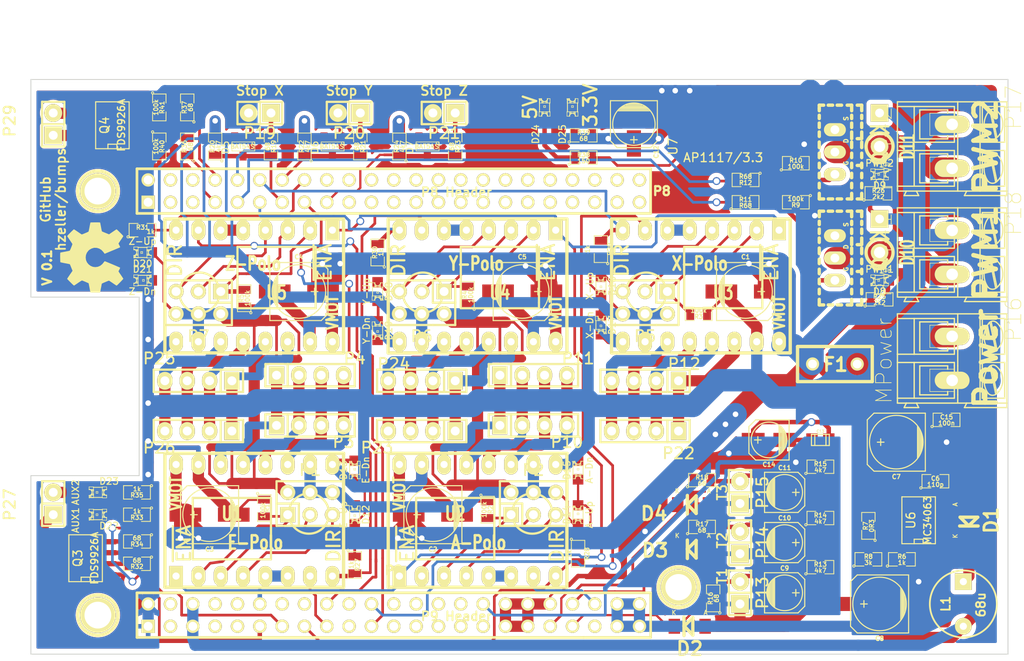
<source format=kicad_pcb>
(kicad_pcb (version 20221018) (generator pcbnew)
  (title_block (title "Bumps"))
  (layers (0 "F.Cu" mixed) (31 "B.Cu" mixed) (35 "F.Paste" user) (37 "F.SilkS" user) (39 "F.Mask" user) (44 "Edge.Cuts" user))
  (net 0 "")
  (net 1 "AGND")
  (net 2 "AUX_1")
  (net 3 "AUX_2")
  (net 4 "DIR_A")
  (net 5 "DIR_B")
  (net 6 "DIR_C")
  (net 7 "DIR_E")
  (net 8 "DIR_U")
  (net 9 "DIR_X")
  (net 10 "DIR_Y")
  (net 11 "DIR_Z")
  (net 12 "END_X")
  (net 13 "END_Y")
  (net 14 "END_Z")
  (net 15 "GND")
  (net 16 "Net-(C10-Pad1)")
  (net 17 "Net-(C11-Pad1)")
  (net 18 "Net-(C6-Pad1)")
  (net 19 "Net-(C9-Pad1)")
  (net 20 "Net-(D1-Pad2)")
  (net 21 "Net-(D10-Pad1)")
  (net 22 "Net-(D11-Pad1)")
  (net 23 "Net-(D12-Pad2)")
  (net 24 "Net-(D14-Pad2)")
  (net 25 "Net-(D16-Pad2)")
  (net 26 "Net-(D18-Pad2)")
  (net 27 "Net-(D20-Pad2)")
  (net 28 "Net-(D22-Pad1)")
  (net 29 "Net-(D23-Pad1)")
  (net 30 "Net-(D24-Pad1)")
  (net 31 "Net-(D25-Pad1)")
  (net 32 "Net-(D8-Pad1)")
  (net 33 "Net-(D9-Pad1)")
  (net 34 "Net-(F1-Pad1)")
  (net 35 "Net-(M1-Pad1)")
  (net 36 "Net-(M2-Pad1)")
  (net 37 "Net-(M3-Pad1)")
  (net 38 "Net-(P1-Pad1)")
  (net 39 "Net-(P1-Pad2)")
  (net 40 "Net-(P1-Pad3)")
  (net 41 "Net-(P10-Pad1)")
  (net 42 "Net-(P10-Pad2)")
  (net 43 "Net-(P10-Pad3)")
  (net 44 "Net-(P10-Pad4)")
  (net 45 "Net-(P12-Pad1)")
  (net 46 "Net-(P12-Pad2)")
  (net 47 "Net-(P12-Pad3)")
  (net 48 "Net-(P12-Pad4)")
  (net 49 "Net-(P19-Pad1)")
  (net 50 "Net-(P2-Pad1)")
  (net 51 "Net-(P2-Pad2)")
  (net 52 "Net-(P2-Pad3)")
  (net 53 "Net-(P20-Pad1)")
  (net 54 "Net-(P21-Pad1)")
  (net 55 "Net-(P23-Pad1)")
  (net 56 "Net-(P23-Pad2)")
  (net 57 "Net-(P23-Pad3)")
  (net 58 "Net-(P23-Pad4)")
  (net 59 "Net-(P25-Pad1)")
  (net 60 "Net-(P25-Pad2)")
  (net 61 "Net-(P25-Pad3)")
  (net 62 "Net-(P25-Pad4)")
  (net 63 "Net-(P27-Pad1)")
  (net 64 "Net-(P27-Pad2)")
  (net 65 "Net-(P29-Pad1)")
  (net 66 "Net-(P29-Pad2)")
  (net 67 "Net-(P3-Pad1)")
  (net 68 "Net-(P3-Pad2)")
  (net 69 "Net-(P3-Pad3)")
  (net 70 "Net-(P3-Pad4)")
  (net 71 "Net-(P5-Pad1)")
  (net 72 "Net-(P5-Pad2)")
  (net 73 "Net-(P5-Pad3)")
  (net 74 "Net-(P6-Pad1)")
  (net 75 "Net-(P6-Pad2)")
  (net 76 "Net-(P6-Pad3)")
  (net 77 "Net-(P7-Pad1)")
  (net 78 "Net-(P7-Pad2)")
  (net 79 "Net-(P7-Pad3)")
  (net 80 "Net-(P8-Pad18)")
  (net 81 "Net-(P8-Pad19)")
  (net 82 "Net-(P8-Pad20)")
  (net 83 "Net-(P8-Pad21)")
  (net 84 "Net-(P8-Pad22)")
  (net 85 "Net-(P8-Pad23)")
  (net 86 "Net-(P8-Pad24)")
  (net 87 "Net-(P8-Pad25)")
  (net 88 "Net-(P8-Pad26)")
  (net 89 "Net-(P8-Pad27)")
  (net 90 "Net-(P8-Pad28)")
  (net 91 "Net-(P8-Pad29)")
  (net 92 "Net-(P8-Pad3)")
  (net 93 "Net-(P8-Pad30)")
  (net 94 "Net-(P8-Pad31)")
  (net 95 "Net-(P8-Pad32)")
  (net 96 "Net-(P8-Pad33)")
  (net 97 "Net-(P8-Pad34)")
  (net 98 "Net-(P8-Pad35)")
  (net 99 "Net-(P8-Pad36)")
  (net 100 "Net-(P8-Pad37)")
  (net 101 "Net-(P8-Pad38)")
  (net 102 "Net-(P8-Pad39)")
  (net 103 "Net-(P8-Pad4)")
  (net 104 "Net-(P8-Pad40)")
  (net 105 "Net-(P8-Pad41)")
  (net 106 "Net-(P8-Pad42)")
  (net 107 "Net-(P8-Pad43)")
  (net 108 "Net-(P8-Pad44)")
  (net 109 "Net-(P8-Pad45)")
  (net 110 "Net-(P8-Pad46)")
  (net 111 "Net-(P8-Pad5)")
  (net 112 "Net-(P8-Pad6)")
  (net 113 "Net-(P9-Pad10)")
  (net 114 "Net-(P9-Pad19)")
  (net 115 "Net-(P9-Pad20)")
  (net 116 "Net-(P9-Pad25)")
  (net 117 "Net-(P9-Pad27)")
  (net 118 "Net-(P9-Pad28)")
  (net 119 "Net-(P9-Pad29)")
  (net 120 "Net-(P9-Pad3)")
  (net 121 "Net-(P9-Pad30)")
  (net 122 "Net-(P9-Pad31)")
  (net 123 "Net-(P9-Pad4)")
  (net 124 "Net-(P9-Pad7)")
  (net 125 "Net-(P9-Pad8)")
  (net 126 "Net-(P9-Pad9)")
  (net 127 "Net-(Q1-PadG)")
  (net 128 "Net-(Q2-PadG)")
  (net 129 "Net-(Q3-Pad2)")
  (net 130 "Net-(Q3-Pad4)")
  (net 131 "Net-(Q4-Pad2)")
  (net 132 "Net-(Q4-Pad4)")
  (net 133 "Net-(R6-Pad1)")
  (net 134 "Net-(R7-Pad1)")
  (net 135 "Net-(U1-Pad5)")
  (net 136 "Net-(U2-Pad5)")
  (net 137 "Net-(U3-Pad5)")
  (net 138 "Net-(U4-Pad5)")
  (net 139 "Net-(U5-Pad5)")
  (net 140 "PWM_1")
  (net 141 "PWM_2")
  (net 142 "PWM_3")
  (net 143 "PWM_4")
  (net 144 "STEP_A")
  (net 145 "STEP_B")
  (net 146 "STEP_C")
  (net 147 "STEP_E")
  (net 148 "STEP_U")
  (net 149 "STEP_X")
  (net 150 "STEP_Y")
  (net 151 "STEP_Z")
  (net 152 "TEMP_1")
  (net 153 "TEMP_2")
  (net 154 "TEMP_3")
  (net 155 "VDD_3V3")
  (net 156 "VDD_5V")
  (net 157 "VDD_ADC")
  (net 158 "VMOT")
  (net 159 "~{EN}")
  (footprint "Capacitors_SMD:c_elec_6.3x7.7" (layer "F.Cu") (at 93.345 77.47 180)
    (fp_text reference "C2")
    (fp_text value "100u" hide)
  )
  (footprint "Capacitors_SMD:c_elec_6.3x7.7" (layer "F.Cu") (at 67.945 77.47 180)
    (fp_text reference "C3")
    (fp_text value "100u" hide)
  )
  (footprint "Capacitors_SMD:c_elec_6.3x7.7" (layer "F.Cu") (at 103.505 52.07)
    (fp_text reference "C5")
    (fp_text value "100u" hide)
  )
  (footprint "SMD_Packages:SM0805" (layer "F.Cu") (at 150.495 73.66)
    (fp_text reference "C6")
    (fp_text value "110p")
  )
  (footprint "Capacitors_SMD:c_elec_6.3x7.7" (layer "F.Cu") (at 146.05 69.215 180)
    (fp_text reference "C7")
    (fp_text value "100u" hide)
  )
  (footprint "Capacitors_SMD:c_elec_6.3x7.7" (layer "F.Cu") (at 144.145 87.63 180)
    (fp_text reference "C8")
    (fp_text value "100u" hide)
  )
  (footprint "Capacitors_SMD:c_elec_4x5.7" (layer "F.Cu") (at 133.35 86.36)
    (fp_text reference "C9")
    (fp_text value "10u" hide)
  )
  (footprint "Capacitors_SMD:c_elec_4x5.7" (layer "F.Cu") (at 133.35 80.645)
    (fp_text reference "C10")
    (fp_text value "10u" hide)
  )
  (footprint "Capacitors_SMD:c_elec_4x5.7" (layer "F.Cu") (at 133.35 74.93)
    (fp_text reference "C11")
    (fp_text value "10u" hide)
  )
  (footprint "Capacitors_SMD:c_elec_5x5.7" (layer "F.Cu") (at 116.205 33.02 -90)
    (fp_text reference "C12")
    (fp_text value "22u" hide)
  )
  (footprint "Capacitors_SMD:c_0805" (layer "F.Cu") (at 137.414 68.961)
    (fp_text reference "C13")
    (fp_text value "100n" hide)
  )
  (footprint "Capacitors_SMD:c_elec_4x5.7" (layer "F.Cu") (at 131.572 68.961 180)
    (fp_text reference "C14")
    (fp_text value "10u" hide)
  )
  (footprint "SMD_Packages:SOT23" (layer "F.Cu") (at 71.755 35.56 180)
    (fp_text reference "D5")
    (fp_text value "BAT54S")
  )
  (footprint "SMD_Packages:SOT23" (layer "F.Cu") (at 81.915 35.56 180)
    (fp_text reference "D6")
    (fp_text value "BAT54S")
  )
  (footprint "SMD_Packages:SOT23" (layer "F.Cu") (at 92.71 35.56 180)
    (fp_text reference "D7")
    (fp_text value "BAT54S")
  )
  (footprint "Fuse_Holders_and_Fuses:Fuse_TE5_Littlefuse-395Series" (layer "F.Cu") (at 139.065 60.325 180)
    (fp_text reference "F1")
    (fp_text value "FUSE" hide)
  )
  (footprint "Inductors:INDUCTOR_V" (layer "F.Cu") (at 153.67 87.63 -90)
    (fp_text reference "L1")
    (fp_text value "68u")
  )
  (footprint "Pin_Headers:Pin_Header_Straight_2x03" (layer "F.Cu") (at 79.375 76.2)
    (fp_text reference "P1")
    (fp_text value "Micro-E" hide)
  )
  (footprint "Pin_Headers:Pin_Header_Straight_2x03" (layer "F.Cu") (at 104.775 76.2)
    (fp_text reference "P2")
    (fp_text value "DIL6" hide)
  )
  (footprint "Pin_Headers:Pin_Header_Straight_2x03" (layer "F.Cu") (at 117.475 53.34 180)
    (fp_text reference "P5")
    (fp_text value "DIL6" hide)
  )
  (footprint "Pin_Headers:Pin_Header_Straight_2x03" (layer "F.Cu") (at 92.075 53.34 180)
    (fp_text reference "P6")
    (fp_text value "DIL6" hide)
  )
  (footprint "Pin_Headers:Pin_Header_Straight_2x03" (layer "F.Cu") (at 66.675 53.34 180)
    (fp_text reference "P7")
    (fp_text value "DIL6" hide)
  )
  (footprint "bumps:PIN_ARRAY_23X2" (layer "F.Cu") (at 88.9 39.37)
    (fp_text reference "P8")
    (fp_text value "P8 Header")
  )
  (footprint "bumps:PIN_ARRAY_23X2" (layer "F.Cu") (at 88.9 87.63)
    (fp_text reference "P9")
    (fp_text value "P9 Header")
  )
  (footprint "Pin_Headers:Pin_Header_Straight_1x02" (layer "F.Cu") (at 128.27 86.36 90)
    (fp_text reference "P13")
    (fp_text value "T1" hide)
  )
  (footprint "Pin_Headers:Pin_Header_Straight_1x02" (layer "F.Cu") (at 128.27 80.645 90)
    (fp_text reference "P14")
    (fp_text value "T2" hide)
  )
  (footprint "Pin_Headers:Pin_Header_Straight_1x02" (layer "F.Cu") (at 128.27 74.93 90)
    (fp_text reference "P15")
    (fp_text value "T3" hide)
  )
  (footprint "Connect:AK300-2" (layer "F.Cu") (at 152.4 59.69 -90)
    (fp_text reference "P16")
    (fp_text value "MPower")
  )
  (footprint "Connect:AK300-2" (layer "F.Cu") (at 152.4 47.625 -90)
    (fp_text reference "P18")
    (fp_text value "PWM-1")
  )
  (footprint "Pin_Headers:Pin_Header_Straight_1x02" (layer "F.Cu") (at 83.82 31.75 180)
    (fp_text reference "P20")
    (fp_text value "END-Y" hide)
  )
  (footprint "Pin_Headers:Pin_Header_Straight_1x02" (layer "F.Cu") (at 94.615 31.75 180)
    (fp_text reference "P21")
    (fp_text value "END-Z" hide)
  )
  (footprint "Transistors_TO-220:TO-220_FET-GDS_Vertical_MountedFromLS" (layer "F.Cu") (at 139.065 48.26 -90)
    (fp_text reference "Q1")
    (fp_text value "N-FET" hide)
  )
  (footprint "Transistors_TO-220:TO-220_FET-GDS_Vertical_MountedFromLS" (layer "F.Cu") (at 139.065 36.195 -90)
    (fp_text reference "Q2")
    (fp_text value "N-FET" hide)
  )
  (footprint "SMD_Packages:SM0805" (layer "F.Cu") (at 74.168 76.708 -90)
    (fp_text reference "R1")
    (fp_text value "100k")
  )
  (footprint "SMD_Packages:SM0805" (layer "F.Cu") (at 99.568 76.8985 -90)
    (fp_text reference "R2")
    (fp_text value "100k")
  )
  (footprint "SMD_Packages:SM0805" (layer "F.Cu") (at 123.571 54.61 180)
    (fp_text reference "R3")
    (fp_text value "100k")
  )
  (footprint "SMD_Packages:SM0805" (layer "F.Cu") (at 97.282 52.451 90)
    (fp_text reference "R4")
    (fp_text value "100k")
  )
  (footprint "SMD_Packages:SM0805" (layer "F.Cu") (at 71.882 52.832 90)
    (fp_text reference "R5")
    (fp_text value "100k")
  )
  (footprint "SMD_Packages:SM0805" (layer "F.Cu") (at 146.685 82.55)
    (fp_text reference "R6")
    (fp_text value "1k")
  )
  (footprint "SMD_Packages:SM0805" (layer "F.Cu") (at 142.875 78.74 90)
    (fp_text reference "R7")
    (fp_text value "0R3")
  )
  (footprint "SMD_Packages:SM0805" (layer "F.Cu") (at 142.875 82.55)
    (fp_text reference "R8")
    (fp_text value "3k")
  )
  (footprint "SMD_Packages:SM0805" (layer "F.Cu") (at 134.62 41.91 180)
    (fp_text reference "R9")
    (fp_text value "100k")
  )
  (footprint "SMD_Packages:SM0805" (layer "F.Cu") (at 134.62 37.465)
    (fp_text reference "R10")
    (fp_text value "100k")
  )
  (footprint "SMD_Packages:SM0805" (layer "F.Cu") (at 128.905 41.91)
    (fp_text reference "R11")
    (fp_text value "R68")
  )
  (footprint "SMD_Packages:SM0805" (layer "F.Cu") (at 128.905 39.37 180)
    (fp_text reference "R12")
    (fp_text value "R68")
  )
  (footprint "SMD_Packages:SM0805" (layer "F.Cu") (at 137.414 83.439)
    (fp_text reference "R13")
    (fp_text value "4k7")
  )
  (footprint "SMD_Packages:SM0805" (layer "F.Cu") (at 137.414 77.851)
    (fp_text reference "R14")
    (fp_text value "4k7")
  )
  (footprint "SMD_Packages:SM0805" (layer "F.Cu") (at 137.414 72.009)
    (fp_text reference "R15")
    (fp_text value "4k7")
  )
  (footprint "SMD_Packages:SM0805" (layer "F.Cu") (at 125.222 86.995 90)
    (fp_text reference "R16")
    (fp_text value "68")
  )
  (footprint "SMD_Packages:SM0805" (layer "F.Cu") (at 123.952 73.533)
    (fp_text reference "R18")
    (fp_text value "68")
  )
  (footprint "SMD_Packages:SM0805" (layer "F.Cu") (at 74.93 35.56 -90)
    (fp_text reference "R19")
    (fp_text value "68")
  )
  (footprint "SMD_Packages:SM0805" (layer "F.Cu") (at 68.58 35.56 90)
    (fp_text reference "R20")
    (fp_text value "4k7")
  )
  (footprint "SMD_Packages:SM0805" (layer "F.Cu") (at 85.09 35.56 -90)
    (fp_text reference "R21")
    (fp_text value "68")
  )
  (footprint "SMD_Packages:SM0805" (layer "F.Cu") (at 78.74 35.56 90)
    (fp_text reference "R22")
    (fp_text value "4k7")
  )
  (footprint "SMD_Packages:SM0805" (layer "F.Cu") (at 95.885 35.56 -90)
    (fp_text reference "R23")
    (fp_text value "68")
  )
  (footprint "SMD_Packages:SM0805" (layer "F.Cu") (at 89.535 35.56 90)
    (fp_text reference "R24")
    (fp_text value "4k7")
  )
  (footprint "SMD_Packages:SM0805" (layer "F.Cu") (at 144.145 52.959)
    (fp_text reference "R25")
    (fp_text value "2k2")
  )
  (footprint "SMD_Packages:SM0805" (layer "F.Cu") (at 144.018 40.894)
    (fp_text reference "R26")
    (fp_text value "2k2")
  )
  (footprint "bumps:POLOLU" (layer "F.Cu") (at 73.025 80.645)
    (fp_text reference "U1")
    (fp_text value "E-Polo")
  )
  (footprint "bumps:POLOLU" (layer "F.Cu") (at 98.425 80.645)
    (fp_text reference "U2")
    (fp_text value "A-Polo")
  )
  (footprint "bumps:POLOLU" (layer "F.Cu") (at 123.825 48.895 180)
    (fp_text reference "U3")
    (fp_text value "X-Polo")
  )
  (footprint "bumps:POLOLU" (layer "F.Cu") (at 98.425 48.895 180)
    (fp_text reference "U4")
    (fp_text value "Y-Polo")
  )
  (footprint "bumps:POLOLU" (layer "F.Cu") (at 73.025 48.895 180)
    (fp_text reference "U5")
    (fp_text value "Z-Polo")
  )
  (footprint "SOIC_Packages:SOIC-8_N" (layer "F.Cu") (at 148.59 78.105 90)
    (fp_text reference "U6")
    (fp_text value "MC34063")
  )
  (footprint "bumps:SOT-223-3" (layer "F.Cu") (at 125.73 33.02 -90)
    (fp_text reference "U7")
    (fp_text value "AP1117/3.3")
  )
  (footprint "Diodes_ThroughHole:Diode_DO-41_SOD81_Vertical_KathodeUp" (layer "F.Cu") (at 144.145 47.625 90)
    (fp_text reference "D10")
    (fp_text value "SB180" hide)
  )
  (footprint "Diodes_ThroughHole:Diode_DO-41_SOD81_Vertical_KathodeUp" (layer "F.Cu") (at 144.145 35.56 90)
    (fp_text reference "D11")
    (fp_text value "SB180" hide)
  )
  (footprint "Pin_Headers:Pin_Header_Straight_1x04" (layer "F.Cu") (at 117.475 67.945 180)
    (fp_text reference "P22")
    (fp_text value "Mot-X" hide)
  )
  (footprint "Pin_Headers:Pin_Header_Straight_1x04" (layer "F.Cu") (at 92.075 67.945 180)
    (fp_text reference "P23")
    (fp_text value "Mot-Y" hide)
  )
  (footprint "Pin_Headers:Pin_Header_Straight_1x04" (layer "F.Cu") (at 92.075 62.23 180)
    (fp_text reference "P24")
    (fp_text value "Mot-Y" hide)
  )
  (footprint "Pin_Headers:Pin_Header_Straight_1x04" (layer "F.Cu") (at 66.675 62.23 180)
    (fp_text reference "P25")
    (fp_text value "Mot-Z" hide)
  )
  (footprint "Pin_Headers:Pin_Header_Straight_1x04" (layer "F.Cu") (at 66.675 67.945 180)
    (fp_text reference "P26")
    (fp_text value "Mot-Z" hide)
  )
  (footprint "Pin_Headers:Pin_Header_Straight_1x04" (layer "F.Cu") (at 79.375 67.31)
    (fp_text reference "P3")
    (fp_text value "Mot-E" hide)
  )
  (footprint "Pin_Headers:Pin_Header_Straight_1x04" (layer "F.Cu") (at 79.375 61.595)
    (fp_text reference "P4")
    (fp_text value "Mot-E" hide)
  )
  (footprint "Pin_Headers:Pin_Header_Straight_1x04" (layer "F.Cu") (at 104.775 67.31)
    (fp_text reference "P10")
    (fp_text value "Mot-A" hide)
  )
  (footprint "Pin_Headers:Pin_Header_Straight_1x04" (layer "F.Cu") (at 104.775 61.595)
    (fp_text reference "P11")
    (fp_text value "Mot-A" hide)
  )
  (footprint "Pin_Headers:Pin_Header_Straight_1x04" (layer "F.Cu") (at 117.475 62.23 180)
    (fp_text reference "P12")
    (fp_text value "Mot-X" hide)
  )
  (footprint "Connect:AK300-2" (layer "F.Cu") (at 152.4 35.56 -90)
    (fp_text reference "P17")
    (fp_text value "PWM-2")
  )
  (footprint "Pin_Headers:Pin_Header_Straight_1x02" (layer "F.Cu") (at 73.66 31.75 180)
    (fp_text reference "P19")
    (fp_text value "END-X" hide)
  )
  (footprint "SMD_Packages:SM0805" (layer "F.Cu") (at 84.455 83.185 -90)
    (fp_text reference "R27")
    (fp_text value "1k")
  )
  (footprint "SMD_Packages:SM0805" (layer "F.Cu") (at 109.855 81.915 -90)
    (fp_text reference "R28")
    (fp_text value "1k")
  )
  (footprint "SMD_Packages:SM0805" (layer "F.Cu") (at 112.4585 47.244 90)
    (fp_text reference "R29")
    (fp_text value "1k")
  )
  (footprint "SMD_Packages:SM0805" (layer "F.Cu") (at 60.325 45.085)
    (fp_text reference "R31")
    (fp_text value "1k")
  )
  (footprint "Capacitors_SMD:c_elec_6.3x7.7" (layer "F.Cu") (at 128.905 52.07)
    (fp_text reference "C1")
    (fp_text value "100u" hide)
  )
  (footprint "SMD_Packages:SM0805" (layer "F.Cu") (at 151.765 66.675)
    (fp_text reference "C15")
    (fp_text value "100n")
  )
  (footprint "Capacitors_SMD:c_elec_6.3x7.7" (layer "F.Cu") (at 78.105 52.07)
    (fp_text reference "C4")
    (fp_text value "100u" hide)
  )
  (footprint "Diodes_SMD:Diode-MiniMELF_Standard" (layer "F.Cu") (at 154.305 78.105 -90)
    (fp_text reference "D1")
    (fp_text value "SMD-Schottky" hide)
  )
  (footprint "Diodes_SMD:Diode-MiniMELF_Standard" (layer "F.Cu") (at 122.555 90.17 180)
    (fp_text reference "D2")
    (fp_text value "1.8V" hide)
  )
  (footprint "Diodes_SMD:Diode-MiniMELF_Standard" (layer "F.Cu") (at 122.936 81.407 180)
    (fp_text reference "D3")
    (fp_text value "1.8V" hide)
  )
  (footprint "Diodes_SMD:Diode-MiniMELF_Standard" (layer "F.Cu") (at 122.936 76.327 180)
    (fp_text reference "D4")
    (fp_text value "1.8V" hide)
  )
  (footprint "LEDs:LED-0805" (layer "F.Cu") (at 144.145 50.8 180)
    (fp_text reference "D8")
    (fp_text value "PWM1")
  )
  (footprint "LEDs:LED-0805" (layer "F.Cu") (at 144.145 38.735 180)
    (fp_text reference "D9")
    (fp_text value "PWM2")
  )
  (footprint "LEDs:LED-0805" (layer "F.Cu") (at 84.455 77.47 -90)
    (fp_text reference "D12")
    (fp_text value "E-Up")
  )
  (footprint "LEDs:LED-0805" (layer "F.Cu") (at 84.455 72.39 90)
    (fp_text reference "D13")
    (fp_text value "E-Dn")
  )
  (footprint "LEDs:LED-0805" (layer "F.Cu") (at 109.855 77.47 90)
    (fp_text reference "D14")
    (fp_text value "A-Up")
  )
  (footprint "LEDs:LED-0805" (layer "F.Cu") (at 109.855 72.39 90)
    (fp_text reference "D15")
    (fp_text value "A-Dn")
  )
  (footprint "LEDs:LED-0805" (layer "F.Cu") (at 112.4585 51.435 -90)
    (fp_text reference "D16")
    (fp_text value "X-Up")
  )
  (footprint "LEDs:LED-0805" (layer "F.Cu") (at 112.4585 55.88 -90)
    (fp_text reference "D17")
    (fp_text value "X-Dn")
  )
  (footprint "LEDs:LED-0805" (layer "F.Cu") (at 87.0585 56.515 -90)
    (fp_text reference "D19")
    (fp_text value "Y-Dn")
  )
  (footprint "LEDs:LED-0805" (layer "F.Cu") (at 60.325 47.625 180)
    (fp_text reference "D20")
    (fp_text value "Z-Up")
  )
  (footprint "LEDs:LED-0805" (layer "F.Cu") (at 60.325 50.8)
    (fp_text reference "D21")
    (fp_text value "Z-Dn")
  )
  (footprint "Connect:1pin" (layer "F.Cu") (at 121.285 85.725)
    (fp_text reference "M1")
    (fp_text value "CONN_1" hide)
  )
  (footprint "Connect:1pin" (layer "F.Cu") (at 55.245 40.64)
    (fp_text reference "M2")
    (fp_text value "CONN_1" hide)
  )
  (footprint "Connect:1pin" (layer "F.Cu") (at 55.245 88.9)
    (fp_text reference "M3")
    (fp_text value "CONN_1" hide)
  )
  (footprint "LEDs:LED-0805" (layer "F.Cu") (at 55.245 77.47 180)
    (fp_text reference "D22")
    (fp_text value "AUX1")
  )
  (footprint "LEDs:LED-0805" (layer "F.Cu") (at 55.245 74.93 180)
    (fp_text reference "D23")
    (fp_text value "AUX2")
  )
  (footprint "Pin_Headers:Pin_Header_Straight_1x02" (layer "F.Cu") (at 50.165 76.2 90)
    (fp_text reference "P27")
    (fp_text value "Aux" hide)
  )
  (footprint "Pin_Headers:Pin_Header_Straight_1x02" (layer "F.Cu") (at 50.165 33.02 90)
    (fp_text reference "P29")
    (fp_text value "PWM" hide)
  )
  (footprint "SOIC_Packages:SOIC-8_N" (layer "F.Cu") (at 53.848 82.423 90)
    (fp_text reference "Q3")
    (fp_text value "FDS9926A")
  )
  (footprint "SOIC_Packages:SOIC-8_N" (layer "F.Cu") (at 56.896 33.147 90)
    (fp_text reference "Q4")
    (fp_text value "FDS9926A")
  )
  (footprint "SMD_Packages:SM0805" (layer "F.Cu") (at 59.69 83.058 180)
    (fp_text reference "R32")
    (fp_text value "68")
  )
  (footprint "SMD_Packages:SM0805" (layer "F.Cu") (at 59.69 77.47 180)
    (fp_text reference "R33")
    (fp_text value "1k")
  )
  (footprint "SMD_Packages:SM0805" (layer "F.Cu") (at 59.69 80.518 180)
    (fp_text reference "R34")
    (fp_text value "68")
  )
  (footprint "SMD_Packages:SM0805" (layer "F.Cu") (at 59.69 74.93 180)
    (fp_text reference "R35")
    (fp_text value "1k")
  )
  (footprint "SMD_Packages:SM0805" (layer "F.Cu") (at 65.405 35.56 90)
    (fp_text reference "R36")
    (fp_text value "68")
  )
  (footprint "SMD_Packages:SM0805" (layer "F.Cu") (at 65.405 31.115 90)
    (fp_text reference "R37")
    (fp_text value "68")
  )
  (footprint "LEDs:LED-0805" (layer "F.Cu") (at 106.045 31.115 90)
    (fp_text reference "D24")
    (fp_text value "5V")
  )
  (footprint "LEDs:LED-0805" (layer "F.Cu") (at 109.22 31.115 90)
    (fp_text reference "D25")
    (fp_text value "3.3V")
  )
  (footprint "SMD_Packages:SM0805" (layer "F.Cu") (at 110.49 36.83)
    (fp_text reference "R38")
    (fp_text value "150")
  )
  (footprint "SMD_Packages:SM0805" (layer "F.Cu") (at 110.49 34.29)
    (fp_text reference "R39")
    (fp_text value "68")
  )
  (footprint "SMD_Packages:SM0805" (layer "F.Cu") (at 62.23 35.56 -90)
    (fp_text reference "R40")
    (fp_text value "100k")
  )
  (footprint "SMD_Packages:SM0805" (layer "F.Cu") (at 62.23 31.115 -90)
    (fp_text reference "R41")
    (fp_text value "100k")
  )
  (footprint "SMD_Packages:SM0805" (layer "F.Cu") (at 123.952 78.867)
    (fp_text reference "R17")
    (fp_text value "68")
  )
  (footprint "bumps:OSH-LOGO" (layer "F.Cu") (at 54.5465 48.1965 90)
    (fp_text reference "G***" hide)
    (fp_text value "LOGO" hide)
  )
  (footprint "SMD_Packages:SM0805" (layer "F.Cu") (at 87.0585 47.625 90)
    (fp_text reference "R30")
    (fp_text value "1k")
  )
  (footprint "LEDs:LED-0805" (layer "F.Cu") (at 87.0585 52.07 -90)
    (fp_text reference "D18")
    (fp_text value "Y-Up")
  )
  (gr_line (start 59.944 52.705) (end 47.625 52.705) (stroke (width 0.1)) (layer "Edge.Cuts"))
  (gr_line (start 158.75 93.345) (end 47.625 93.345) (stroke (width 0.1)) (layer "Edge.Cuts"))
  (gr_line (start 59.944 73.025) (end 59.944 52.705) (stroke (width 0.1)) (layer "Edge.Cuts"))
  (gr_line (start 47.625 27.94) (end 158.75 27.94) (stroke (width 0.1)) (layer "Edge.Cuts"))
  (gr_line (start 47.625 93.345) (end 47.625 73.025) (stroke (width 0.1)) (layer "Edge.Cuts"))
  (gr_line (start 47.625 73.025) (end 59.944 73.025) (stroke (width 0.1)) (layer "Edge.Cuts"))
  (gr_line (start 158.75 27.94) (end 158.75 93.345) (stroke (width 0.1)) (layer "Edge.Cuts"))
  (gr_line (start 47.625 52.705) (end 47.625 27.94) (stroke (width 0.1)) (layer "Edge.Cuts"))
  (gr_text "PWM2" (at 156.21 35.56 90) (layer "F.SilkS") (effects (font (size 2.54 2.54) (thickness 0.508))))
  (gr_text "V 0.1" (at 49.4665 49.3395 90) (layer "F.SilkS") (effects (font (size 1.016 1.016) (thickness 0.254))))
  (gr_text "GitHub\nhzeller/bumps" (at 50.165 41.5925 90) (layer "F.SilkS") (effects (font (size 1.0668 1.0668) (thickness 0.2032))))
  (gr_text "PWM1" (at 156.21 47.625 90) (layer "F.SilkS") (effects (font (size 2.54 2.54) (thickness 0.508))))
  (gr_text "T2" (at 126.238 80.391 90) (layer "F.SilkS") (effects (font (size 1.0668 1.0668) (thickness 0.2032))))
  (gr_text "T1" (at 126.238 84.455 90) (layer "F.SilkS") (effects (font (size 1.0668 1.0668) (thickness 0.2032))))
  (gr_text "Stop Z" (at 94.615 29.21) (layer "F.SilkS") (effects (font (size 1.0668 1.0668) (thickness 0.2032))))
  (gr_text "Power" (at 156.21 59.69 90) (layer "F.SilkS") (effects (font (size 2.54 2.54) (thickness 0.508))))
  (gr_text "Stop Y" (at 83.82 29.21) (layer "F.SilkS") (effects (font (size 1.0668 1.0668) (thickness 0.2032))))
  (gr_text "Stop X" (at 73.66 29.21) (layer "F.SilkS") (effects (font (size 1.0668 1.0668) (thickness 0.2032))))
  (gr_text "T3" (at 126.238 74.93 90) (layer "F.SilkS") (effects (font (size 1.0668 1.0668) (thickness 0.2032))))
  (segment (start 106.68 86.741) (end 107.315 86.106) (width 0.254) (layer "F.Cu") (net 1))
  (segment (start 107.315 86.106) (end 108.077 86.106) (width 0.254) (layer "F.Cu") (net 1))
  (segment (start 108.077 86.106) (end 108.712 85.471) (width 0.254) (layer "F.Cu") (net 1))
  (segment (start 108.839 85.471) (end 109.855 84.455) (width 0.508) (layer "F.Cu") (net 1))
  (segment (start 109.855 84.455) (end 112.014 84.455) (width 0.508) (layer "F.Cu") (net 1))
  (segment (start 133.24586 90.17) (end 133.985 89.43086) (width 1.27) (layer "F.Cu") (net 1))
  (segment (start 128.27 90.17) (end 133.24586 90.17) (width 1.27) (layer "F.Cu") (net 1))
  (segment (start 125.19406 81.915) (end 128.27 81.915) (width 0.508) (layer "F.Cu") (net 1))
  (segment (start 124.81306 76.2) (end 128.27 76.2) (width 0.508) (layer "F.Cu") (net 1))
  (segment (start 115.062 84.455) (end 115.062 81.915) (width 0.508) (layer "F.Cu") (net 1))
  (segment (start 127.254 71.501) (end 121.666 71.501) (width 0.508) (layer "F.Cu") (net 1))
  (segment (start 134.62 71.501) (end 134.62 71.247) (width 0.508) (layer "F.Cu") (net 1))
  (segment (start 134.62 71.247) (end 135.89 69.977) (width 0.508) (layer "F.Cu") (net 1))
  (segment (start 136.4615 69.4055) (end 136.4615 68.961) (width 0.508) (layer "F.Cu") (net 1))
  (segment (start 127.254 71.501) (end 127.23114 71.501) (width 0.508) (layer "F.Cu") (net 1))
  (segment (start 115.062 79.629) (end 121.666 71.501) (width 0.508) (layer "F.Cu") (net 1))
  (segment (start 130.27914 76.2) (end 131.54914 74.93) (width 0.508) (layer "F.Cu") (net 1))
  (segment (start 130.27914 81.915) (end 131.54914 80.645) (width 0.508) (layer "F.Cu") (net 1))
  (segment (start 130.27914 87.63) (end 131.54914 86.36) (width 0.508) (layer "F.Cu") (net 1))
  (segment (start 133.37286 69.82714) (end 132.715 70.485) (width 0.254) (layer "F.Cu") (net 1))
  (segment (start 132.715 70.485) (end 127 70.485) (width 0.254) (layer "F.Cu") (net 1))
  (segment (start 115.062 81.915) (end 115.062 81.661) (width 0.508) (layer "F.Cu") (net 1))
  (segment (start 115.062 81.788) (end 117.475 79.375) (width 0.254) (layer "F.Cu") (net 1))
  (segment (start 104.14 87.63) (end 106.68 87.63) (width 1.27) (layer "F.Cu") (net 1))
  (segment (start 106.68 86.741) (end 106.68 87.63) (width 0.254) (layer "F.Cu") (net 1))
  (segment (start 127.254 71.501) (end 134.62 71.501) (width 0.508) (layer "F.Cu") (net 1))
  (segment (start 115.062 81.915) (end 115.062 81.788) (width 0.254) (layer "F.Cu") (net 1))
  (segment (start 124.68606 76.327) (end 124.81306 76.2) (width 0.508) (layer "F.Cu") (net 1))
  (segment (start 128.27 76.2) (end 130.27914 76.2) (width 0.508) (layer "F.Cu") (net 1))
  (segment (start 128.27 87.63) (end 128.27 90.17) (width 1.27) (layer "F.Cu") (net 1))
  (segment (start 133.37286 68.961) (end 133.37286 69.82714) (width 0.254) (layer "F.Cu") (net 1))
  (segment (start 112.014 84.455) (end 115.062 84.455) (width 0.508) (layer "F.Cu") (net 1))
  (segment (start 124.68606 81.407) (end 125.19406 81.915) (width 0.508) (layer "F.Cu") (net 1))
  (segment (start 133.37286 68.961) (end 136.4615 68.961) (width 0.508) (layer "F.Cu") (net 1))
  (segment (start 124.30506 90.17) (end 128.27 90.17) (width 1.27) (layer "F.Cu") (net 1))
  (segment (start 101.6 87.63) (end 104.14 87.63) (width 1.27) (layer "F.Cu") (net 1))
  (segment (start 108.712 85.471) (end 108.839 85.471) (width 0.508) (layer "F.Cu") (net 1))
  (segment (start 101.6 90.17) (end 101.6 87.63) (width 1.27) (layer "F.Cu") (net 1))
  (segment (start 101.6 90.17) (end 104.14 90.17) (width 1.27) (layer "F.Cu") (net 1))
  (segment (start 104.14 90.17) (end 104.14 87.63) (width 1.27) (layer "F.Cu") (net 1))
  (segment (start 128.27 81.915) (end 130.27914 81.915) (width 0.508) (layer "F.Cu") (net 1))
  (segment (start 128.27 87.63) (end 130.27914 87.63) (width 0.508) (layer "F.Cu") (net 1))
  (segment (start 135.89 69.977) (end 136.4615 69.4055) (width 0.508) (layer "F.Cu") (net 1))
  (segment (start 115.062 81.661) (end 115.062 79.629) (width 0.508) (layer "F.Cu") (net 1))
  (via (at 134.62 71.501) (size 0.889) (drill 0.635) (layers "F.Cu" "B.Cu") (net 1))
  (via (at 117.475 79.375) (size 0.889) (drill 0.635) (layers "F.Cu" "B.Cu") (net 1))
  (via (at 127 70.485) (size 0.889) (drill 0.635) (layers "F.Cu" "B.Cu") (net 1))
  (segment (start 130.302 87.63) (end 130.81 87.122) (width 1.27) (layer "B.Cu") (net 1))
  (segment (start 130.81 87.122) (end 130.81 81.407) (width 1.27) (layer "B.Cu") (net 1))
  (segment (start 130.81 78.867) (end 130.81 79.121) (width 1.27) (layer "B.Cu") (net 1))
  (segment (start 130.81 76.327) (end 134.62 72.517) (width 1.27) (layer "B.Cu") (net 1))
  (segment (start 134.62 72.517) (end 134.62 71.501) (width 1.27) (layer "B.Cu") (net 1))
  (segment (start 130.302 81.915) (end 130.81 81.407) (width 1.27) (layer "B.Cu") (net 1))
  (segment (start 130.81 81.407) (end 130.81 78.867) (width 1.27) (layer "B.Cu") (net 1))
  (segment (start 130.937 76.2) (end 130.81 76.327) (width 1.27) (layer "B.Cu") (net 1))
  (segment (start 130.81 78.867) (end 130.81 76.327) (width 1.27) (layer "B.Cu") (net 1))
  (segment (start 128.27 81.915) (end 130.302 81.915) (width 1.27) (layer "B.Cu") (net 1))
  (segment (start 128.27 87.63) (end 130.302 87.63) (width 1.27) (layer "B.Cu") (net 1))
  (segment (start 128.27 76.2) (end 130.937 76.2) (width 1.27) (layer "B.Cu") (net 1))
  (segment (start 73.406 91.821) (end 62.23 91.821) (width 0.508) (layer "F.Cu") (net 2))
  (segment (start 62.23 86.995) (end 60.6425 85.4075) (width 0.3048) (layer "F.Cu") (net 2))
  (segment (start 60.6425 83.058) (end 60.6425 85.4075) (width 0.3048) (layer "F.Cu") (net 2))
  (segment (start 73.66 91.567) (end 73.66 90.17) (width 0.508) (layer "F.Cu") (net 2))
  (segment (start 60.6425 78.1685) (end 59.817 78.994) (width 0.3048) (layer "F.Cu") (net 2))
  (segment (start 59.817 78.994) (end 56.896 78.994) (width 0.3048) (layer "F.Cu") (net 2))
  (segment (start 59.182 85.09) (end 60.6425 83.6295) (width 0.3048) (layer "F.Cu") (net 2))
  (segment (start 60.6425 83.6295) (end 60.6425 83.058) (width 0.3048) (layer "F.Cu") (net 2))
  (segment (start 62.23 91.821) (end 62.23 86.995) (width 0.3048) (layer "F.Cu") (net 2))
  (segment (start 73.406 91.821) (end 73.66 91.567) (width 0.508) (layer "F.Cu") (net 2))
  (segment (start 60.6425 77.47) (end 60.6425 77.9145) (width 0.3048) (layer "F.Cu") (net 2))
  (segment (start 60.6425 77.47) (end 60.6425 78.1685) (width 0.3048) (layer "F.Cu") (net 2))
  (via (at 59.182 85.09) (size 0.889) (drill 0.635) (layers "F.Cu" "B.Cu") (net 2))
  (via (at 56.896 78.994) (size 0.889) (drill 0.635) (layers "F.Cu" "B.Cu") (net 2))
  (segment (start 56.896 78.994) (end 56.896 82.804) (width 0.3048) (layer "B.Cu") (net 2))
  (segment (start 56.896 82.804) (end 59.182 85.09) (width 0.3048) (layer "B.Cu") (net 2))
  (segment (start 74.93 88.9) (end 64.77 88.9) (width 0.3048) (layer "F.Cu") (net 3))
  (segment (start 64.77 86.868) (end 64.262 86.36) (width 0.3048) (layer "F.Cu") (net 3))
  (segment (start 61.976 85.725) (end 61.976 81.8515) (width 0.3048) (layer "F.Cu") (net 3))
  (segment (start 61.976 81.8515) (end 61.976 81.8515) (width 0.3048) (layer "F.Cu") (net 3))
  (segment (start 61.976 81.8515) (end 60.6425 80.518) (width 0.3048) (layer "F.Cu") (net 3))
  (segment (start 61.976 75.438) (end 61.468 74.93) (width 0.3048) (layer "F.Cu") (net 3))
  (segment (start 61.468 74.93) (end 60.6425 74.93) (width 0.3048) (layer "F.Cu") (net 3))
  (segment (start 76.2 90.17) (end 74.93 88.9) (width 0.3048) (layer "F.Cu") (net 3))
  (segment (start 62.611 86.36) (end 64.262 86.36) (width 0.3048) (layer "F.Cu") (net 3))
  (segment (start 64.77 88.9) (end 64.77 86.868) (width 0.3048) (layer "F.Cu") (net 3))
  (segment (start 61.976 81.8515) (end 61.976 75.438) (width 0.3048) (layer "F.Cu") (net 3))
  (segment (start 62.611 86.36) (end 61.976 85.725) (width 0.3048) (layer "F.Cu") (net 3))
  (segment (start 108.9025 82.8675) (end 110.49 82.8675) (width 0.3048) (layer "F.Cu") (net 4))
  (segment (start 107.315 84.5185) (end 105.791 86.0425) (width 0.3048) (layer "F.Cu") (net 4))
  (segment (start 105.791 86.0425) (end 101.092 86.0425) (width 0.3048) (layer "F.Cu") (net 4))
  (segment (start 101.092 86.0425) (end 100.33 86.8045) (width 0.3048) (layer "F.Cu") (net 4))
  (segment (start 100.33 86.8045) (end 100.33 91.567) (width 0.3048) (layer "F.Cu") (net 4))
  (segment (start 100.33 91.567) (end 99.949 91.948) (width 0.3048) (layer "F.Cu") (net 4))
  (segment (start 80.518 91.948) (end 78.74 90.17) (width 0.3048) (layer "F.Cu") (net 4))
  (segment (start 107.315 84.455) (end 107.315 84.5185) (width 0.3048) (layer "F.Cu") (net 4))
  (segment (start 99.949 91.948) (end 80.518 91.948) (width 0.3048) (layer "F.Cu") (net 4))
  (segment (start 107.315 84.455) (end 108.9025 82.8675) (width 0.3048) (layer "F.Cu") (net 4))
  (segment (start 84.5185 84.074) (end 86.233 84.074) (width 0.3048) (layer "F.Cu") (net 7))
  (segment (start 86.233 84.074) (end 86.233 82.55) (width 0.3048) (layer "F.Cu") (net 7))
  (segment (start 80.645 43.815) (end 80.645 46.609) (width 0.3048) (layer "F.Cu") (net 7))
  (segment (start 80.264 46.99) (end 78.345811 47.752857) (width 0.3048) (layer "F.Cu") (net 7))
  (segment (start 83.82 58.928) (end 85.09 59.944) (width 0.3048) (layer "F.Cu") (net 7))
  (segment (start 85.09 59.944) (end 85.09 69.342) (width 0.3048) (layer "F.Cu") (net 7))
  (segment (start 85.09 69.342) (end 86.233 70.485) (width 0.3048) (layer "F.Cu") (net 7))
  (segment (start 86.233 70.485) (end 86.233 82.55) (width 0.3048) (layer "F.Cu") (net 7))
  (segment (start 83.82 51.181) (end 83.82 51.435) (width 0.3048) (layer "F.Cu") (net 7))
  (segment (start 83.82 51.435) (end 83.82 58.8645) (width 0.3048) (layer "F.Cu") (net 7))
  (segment (start 84.1375 84.455) (end 81.915 84.455) (width 0.508) (layer "F.Cu") (net 7))
  (segment (start 84.455 84.1375) (end 84.1375 84.455) (width 0.3048) (layer "F.Cu") (net 7))
  (segment (start 84.5185 84.074) (end 84.455 84.1375) (width 0.3048) (layer "F.Cu") (net 7))
  (segment (start 78.74 41.91) (end 80.645 43.815) (width 0.3048) (layer "F.Cu") (net 7))
  (segment (start 78.345811 47.752857) (end 78.359 49.911) (width 0.3048) (layer "F.Cu") (net 7))
  (segment (start 83.82 58.8645) (end 83.82 58.928) (width 0.3048) (layer "F.Cu") (net 7))
  (segment (start 80.645 46.609) (end 80.264 46.99) (width 0.3048) (layer "F.Cu") (net 7))
  (via (at 83.82 51.181) (size 0.889) (drill 0.635) (layers "F.Cu" "B.Cu") (net 7))
  (via (at 78.359 49.911) (size 0.889) (drill 0.635) (layers "F.Cu" "B.Cu") (net 7))
  (segment (start 78.359 49.911) (end 78.74 51.181) (width 0.3048) (layer "B.Cu") (net 7))
  (segment (start 83.7565 51.1175) (end 83.82 51.181) (width 0.3048) (layer "B.Cu") (net 7))
  (segment (start 78.74 51.181) (end 83.7565 51.1175) (width 0.3048) (layer "B.Cu") (net 7))
  (segment (start 113.665 45.085) (end 114.935 45.085) (width 0.508) (layer "F.Cu") (net 9))
  (segment (start 112.4585 46.2915) (end 113.665 45.085) (width 0.508) (layer "F.Cu") (net 9))
  (segment (start 74.93 40.64) (end 113.03 40.64) (width 0.3048) (layer "B.Cu") (net 9))
  (segment (start 113.03 43.18) (end 114.935 45.085) (width 0.3048) (layer "B.Cu") (net 9))
  (segment (start 73.66 39.37) (end 74.93 40.64) (width 0.3048) (layer "B.Cu") (net 9))
  (segment (start 113.03 40.64) (end 113.03 43.18) (width 0.3048) (layer "B.Cu") (net 9))
  (segment (start 88.646 45.085) (end 87.0585 46.6725) (width 0.508) (layer "F.Cu") (net 10))
  (segment (start 89.535 45.085) (end 88.646 45.085) (width 0.508) (layer "F.Cu") (net 10))
  (segment (start 73.66 43.3705) (end 73.787 43.4975) (width 0.3048) (layer "B.Cu") (net 10))
  (segment (start 73.787 43.4975) (end 82.042 43.4975) (width 0.3048) (layer "B.Cu") (net 10))
  (segment (start 82.042 43.4975) (end 82.1055 43.4975) (width 0.3048) (layer "B.Cu") (net 10))
  (segment (start 83.312 43.4975) (end 83.82 44.0055) (width 0.3048) (layer "B.Cu") (net 10))
  (segment (start 83.82 44.0055) (end 83.82 44.958) (width 0.3048) (layer "B.Cu") (net 10))
  (segment (start 89.408 44.958) (end 89.535 45.085) (width 0.3048) (layer "B.Cu") (net 10))
  (segment (start 73.66 41.91) (end 73.66 43.3705) (width 0.3048) (layer "B.Cu") (net 10))
  (segment (start 82.042 43.4975) (end 83.312 43.4975) (width 0.3048) (layer "B.Cu") (net 10))
  (segment (start 83.82 44.958) (end 89.408 44.958) (width 0.3048) (layer "B.Cu") (net 10))
  (segment (start 77.47 40.64) (end 77.47 42.799) (width 0.3048) (layer "F.Cu") (net 11))
  (segment (start 77.47 42.799) (end 76.835 43.434) (width 0.3048) (layer "F.Cu") (net 11))
  (segment (start 64.77 43.434) (end 64.135 44.069) (width 0.3048) (layer "F.Cu") (net 11))
  (segment (start 64.135 44.069) (end 64.135 45.085) (width 0.3048) (layer "F.Cu") (net 11))
  (segment (start 76.835 43.434) (end 64.77 43.434) (width 0.3048) (layer "F.Cu") (net 11))
  (segment (start 78.74 39.37) (end 77.47 40.64) (width 0.3048) (layer "F.Cu") (net 11))
  (segment (start 61.2775 45.085) (end 64.135 45.085) (width 0.3048) (layer "F.Cu") (net 11))
  (segment (start 68.72732 36.65982) (end 69.977 36.65982) (width 0.508) (layer "F.Cu") (net 12))
  (segment (start 74.78268 36.65982) (end 74.93 36.5125) (width 0.508) (layer "F.Cu") (net 12))
  (segment (start 69.977 36.65982) (end 71.755 36.65982) (width 0.508) (layer "F.Cu") (net 12))
  (segment (start 74.93 40.64) (end 76.2 41.91) (width 0.3048) (layer "F.Cu") (net 12))
  (segment (start 69.977 36.65982) (end 69.85 36.78682) (width 0.3048) (layer "F.Cu") (net 12))
  (segment (start 71.755 36.65982) (end 71.90232 36.5125) (width 0.508) (layer "F.Cu") (net 12))
  (segment (start 68.58 36.5125) (end 68.72732 36.65982) (width 0.508) (layer "F.Cu") (net 12))
  (segment (start 74.93 36.5125) (end 74.93 40.64) (width 0.3048) (layer "F.Cu") (net 12))
  (segment (start 71.755 36.65982) (end 74.78268 36.65982) (width 0.508) (layer "F.Cu") (net 12))
  (segment (start 78.88732 36.65982) (end 81.915 36.65982) (width 0.508) (layer "F.Cu") (net 13))
  (segment (start 84.94268 36.65982) (end 85.09 36.5125) (width 0.508) (layer "F.Cu") (net 13))
  (segment (start 78.74 36.83) (end 76.2 39.37) (width 0.3048) (layer "F.Cu") (net 13))
  (segment (start 81.915 36.65982) (end 82.06232 36.5125) (width 0.508) (layer "F.Cu") (net 13))
  (segment (start 78.74 36.5125) (end 78.88732 36.65982) (width 0.508) (layer "F.Cu") (net 13))
  (segment (start 78.74 36.5125) (end 78.74 36.83) (width 0.3048) (layer "F.Cu") (net 13))
  (segment (start 81.915 36.65982) (end 84.94268 36.65982) (width 0.508) (layer "F.Cu") (net 13))
  (segment (start 89.68232 36.65982) (end 92.71 36.65982) (width 0.508) (layer "F.Cu") (net 14))
  (segment (start 95.73768 36.65982) (end 95.885 36.5125) (width 0.508) (layer "F.Cu") (net 14))
  (segment (start 87.3125 36.5125) (end 85.725 38.1) (width 0.254) (layer "F.Cu") (net 14))
  (segment (start 85.725 38.1) (end 85.09 38.1) (width 0.254) (layer "F.Cu") (net 14))
  (segment (start 85.09 40.259) (end 84.836 40.513) (width 0.254) (layer "F.Cu") (net 14))
  (segment (start 84.709 40.64) (end 82.423 40.64) (width 0.254) (layer "F.Cu") (net 14))
  (segment (start 82.423 40.767) (end 81.28 41.91) (width 0.254) (layer "F.Cu") (net 14))
  (segment (start 82.423 40.64) (end 82.423 40.767) (width 0.254) (layer "F.Cu") (net 14))
  (segment (start 85.09 38.1) (end 85.09 40.259) (width 0.254) (layer "F.Cu") (net 14))
  (segment (start 84.836 40.513) (end 84.709 40.64) (width 0.254) (layer "F.Cu") (net 14))
  (segment (start 87.8205 36.5125) (end 87.3125 36.5125) (width 0.254) (layer "F.Cu") (net 14))
  (segment (start 89.535 36.5125) (end 87.8205 36.5125) (width 0.3048) (layer "F.Cu") (net 14))
  (segment (start 92.71 36.65982) (end 95.73768 36.65982) (width 0.508) (layer "F.Cu") (net 14))
  (segment (start 89.535 36.5125) (end 89.68232 36.65982) (width 0.508) (layer "F.Cu") (net 14))
  (segment (start 54.356 77.63002) (end 54.356 81.661) (width 0.508) (layer "F.Cu") (net 15))
  (segment (start 54.356 85.217) (end 55.626 85.217) (width 1.27) (layer "F.Cu") (net 15))
  (segment (start 56.896 85.217) (end 59.309 87.63) (width 1.27) (layer "F.Cu") (net 15))
  (segment (start 59.309 87.63) (end 60.96 87.63) (width 1.27) (layer "F.Cu") (net 15))
  (segment (start 56.545 84.298) (end 55.626 85.217) (width 0.3048) (layer "F.Cu") (net 15))
  (segment (start 55.626 85.217) (end 56.896 85.217) (width 1.27) (layer "F.Cu") (net 15))
  (segment (start 54.356 81.798) (end 54.356 81.661) (width 0.3048) (layer "F.Cu") (net 15))
  (segment (start 61.7755 32.522) (end 62.23 32.0675) (width 0.3048) (layer "F.Cu") (net 15))
  (segment (start 61.0865 36.5125) (end 62.23 36.5125) (width 0.3048) (layer "F.Cu") (net 15))
  (segment (start 93.6625 32.0675) (end 93.6625 34.46018) (width 0.508) (layer "F.Cu") (net 15))
  (segment (start 82.8675 32.0675) (end 82.8675 34.46018) (width 0.508) (layer "F.Cu") (net 15))
  (segment (start 72.7075 32.0675) (end 72.7075 34.46018) (width 0.508) (layer "F.Cu") (net 15))
  (segment (start 59.563 39.37) (end 57.15 36.957) (width 1.27) (layer "F.Cu") (net 15))
  (segment (start 57.15 36.957) (end 57.15 35.052) (width 1.27) (layer "F.Cu") (net 15))
  (segment (start 57.394 32.522) (end 59.596 32.522) (width 0.508) (layer "F.Cu") (net 15))
  (segment (start 59.566 35.052) (end 57.15 35.052) (width 0.508) (layer "F.Cu") (net 15))
  (segment (start 57.15 35.052) (end 57.15 32.766) (width 1.27) (layer "F.Cu") (net 15))
  (segment (start 154.18006 76.23) (end 154.305 76.35494) (width 0.508) (layer "F.Cu") (net 15))
  (segment (start 151.4475 76.0725) (end 151.29 76.23) (width 0.508) (layer "F.Cu") (net 15))
  (segment (start 151.765 69.215) (end 154.305 71.755) (width 1.27) (layer "F.Cu") (net 15))
  (segment (start 154.305 71.755) (end 154.305 76.35494) (width 1.27) (layer "F.Cu") (net 15))
  (segment (start 146.3675 87.10168) (end 146.89582 87.63) (width 0.3048) (layer "F.Cu") (net 15))
  (segment (start 122.52964 30.82036) (end 122.63 30.72) (width 1.27) (layer "F.Cu") (net 15))
  (segment (start 94.361 29.591) (end 99.949 29.591) (width 0.508) (layer "F.Cu") (net 15))
  (segment (start 73.025 29.591) (end 72.39 30.226) (width 0.508) (layer "F.Cu") (net 15))
  (segment (start 72.39 30.226) (end 72.39 31.75) (width 0.508) (layer "F.Cu") (net 15))
  (segment (start 82.55 30.353) (end 83.312 29.591) (width 0.508) (layer "F.Cu") (net 15))
  (segment (start 83.312 29.591) (end 73.025 29.591) (width 0.508) (layer "F.Cu") (net 15))
  (segment (start 93.345 30.607) (end 94.361 29.591) (width 0.508) (layer "F.Cu") (net 15))
  (segment (start 94.361 29.591) (end 83.312 29.591) (width 0.508) (layer "F.Cu") (net 15))
  (segment (start 152.7175 68.2625) (end 151.765 69.215) (width 1.27) (layer "F.Cu") (net 15))
  (segment (start 107.72902 71.34098) (end 109.855 71.34098) (width 0.3048) (layer "F.Cu") (net 15))
  (segment (start 148.59 85.09) (end 147.574 86.106) (width 1.27) (layer "F.Cu") (net 15))
  (segment (start 146.89582 86.78418) (end 146.89582 87.63) (width 1.27) (layer "F.Cu") (net 15))
  (segment (start 147.6375 86.0425) (end 147.574 85.979) (width 0.508) (layer "F.Cu") (net 15))
  (segment (start 147.574 85.979) (end 147.574 86.106) (width 0.508) (layer "F.Cu") (net 15))
  (segment (start 147.574 86.106) (end 146.89582 86.78418) (width 1.27) (layer "F.Cu") (net 15))
  (segment (start 66.675 73.44918) (end 70.69582 77.47) (width 1.27) (layer "F.Cu") (net 15))
  (segment (start 92.075 73.44918) (end 96.09582 77.47) (width 1.27) (layer "F.Cu") (net 15))
  (segment (start 130.175 56.09082) (end 126.15418 52.07) (width 1.27) (layer "F.Cu") (net 15))
  (segment (start 104.775 56.09082) (end 100.75418 52.07) (width 1.27) (layer "F.Cu") (net 15))
  (segment (start 79.375 56.09082) (end 75.35418 52.07) (width 1.27) (layer "F.Cu") (net 15))
  (segment (start 60.96 72.898) (end 60.96 69.85) (width 1.27) (layer "F.Cu") (net 15))
  (segment (start 60.96 64.77) (end 60.96 64.897) (width 1.27) (layer "F.Cu") (net 15))
  (segment (start 60.96 64.897) (end 60.96 57.531) (width 1.27) (layer "F.Cu") (net 15))
  (segment (start 60.96 57.531) (end 60.96 52.959) (width 1.27) (layer "F.Cu") (net 15))
  (segment (start 60.96 69.088) (end 60.96 64.897) (width 1.27) (layer "F.Cu") (net 15))
  (segment (start 66.675 69.85) (end 60.96 69.85) (width 0.508) (layer "F.Cu") (net 15))
  (segment (start 60.96 69.85) (end 60.96 69.088) (width 1.27) (layer "F.Cu") (net 15))
  (segment (start 61.37402 52.54498) (end 60.96 52.959) (width 0.508) (layer "F.Cu") (net 15))
  (segment (start 82.32902 71.34098) (end 84.455 71.34098) (width 0.508) (layer "F.Cu") (net 15))
  (segment (start 89.31402 57.56402) (end 89.535 57.785) (width 0.3048) (layer "F.Cu") (net 15))
  (segment (start 113.31448 57.785) (end 114.935 57.785) (width 0.508) (layer "F.Cu") (net 15))
  (segment (start 126.15418 52.97932) (end 126.15418 52.07) (width 0.3048) (layer "F.Cu") (net 15))
  (segment (start 100.75418 52.97932) (end 100.75418 52.07) (width 0.3048) (layer "F.Cu") (net 15))
  (segment (start 73.63968 53.7845) (end 71.882 53.7845) (width 0.508) (layer "F.Cu") (net 15))
  (segment (start 72.41032 75.7555) (end 70.69582 77.47) (width 0.3048) (layer "F.Cu") (net 15))
  (segment (start 97.61982 75.946) (end 99.568 75.946) (width 0.3048) (layer "F.Cu") (net 15))
  (segment (start 99.42068 53.4035) (end 100.75418 52.07) (width 0.3048) (layer "F.Cu") (net 15))
  (segment (start 122.63 29.285) (end 122.555 29.21) (width 1.27) (layer "F.Cu") (net 15))
  (segment (start 119.38 30.82036) (end 120.904 30.82036) (width 1.27) (layer "F.Cu") (net 15))
  (segment (start 120.904 30.82036) (end 122.52964 30.82036) (width 1.27) (layer "F.Cu") (net 15))
  (segment (start 105.57002 29.591) (end 106.045 30.06598) (width 0.889) (layer "F.Cu") (net 15))
  (segment (start 113.03 29.591) (end 114.97564 29.591) (width 0.889) (layer "F.Cu") (net 15))
  (segment (start 114.97564 29.591) (end 116.205 30.82036) (width 0.889) (layer "F.Cu") (net 15))
  (segment (start 110.617 29.591) (end 113.03 29.591) (width 0.889) (layer "F.Cu") (net 15))
  (segment (start 106.51998 29.591) (end 107.442 29.591) (width 0.889) (layer "F.Cu") (net 15))
  (segment (start 107.442 29.591) (end 110.617 29.591) (width 0.889) (layer "F.Cu") (net 15))
  (segment (start 109.69498 29.591) (end 110.617 29.591) (width 0.889) (layer "F.Cu") (net 15))
  (segment (start 73.152 29.591) (end 72.39 30.353) (width 0.889) (layer "F.Cu") (net 15))
  (segment (start 72.39 30.353) (end 72.39 31.75) (width 0.889) (layer "F.Cu") (net 15))
  (segment (start 82.55 29.972) (end 82.931 29.591) (width 0.889) (layer "F.Cu") (net 15))
  (segment (start 82.931 29.591) (end 73.152 29.591) (width 0.889) (layer "F.Cu") (net 15))
  (segment (start 136.652 33.655) (end 135.5725 34.7345) (width 0.889) (layer "F.Cu") (net 15))
  (segment (start 135.5725 34.7345) (end 135.5725 35.306) (width 0.889) (layer "F.Cu") (net 15))
  (segment (start 135.5725 42.2275) (end 136.779 43.434) (width 0.889) (layer "F.Cu") (net 15))
  (segment (start 136.779 43.434) (end 139.065 45.72) (width 0.889) (layer "F.Cu") (net 15))
  (segment (start 135.5725 35.306) (end 135.636 35.306) (width 0.889) (layer "F.Cu") (net 15))
  (segment (start 135.636 35.306) (end 135.5725 35.306) (width 0.889) (layer "F.Cu") (net 15))
  (segment (start 135.5725 35.306) (end 135.5725 37.465) (width 0.889) (layer "F.Cu") (net 15))
  (segment (start 122.63 30.72) (end 122.63 29.285) (width 1.27) (layer "F.Cu") (net 15))
  (segment (start 66.675 71.755) (end 66.675 73.44918) (width 1.27) (layer "F.Cu") (net 15))
  (segment (start 54.356 81.661) (end 54.356 85.217) (width 1.27) (layer "F.Cu") (net 15))
  (segment (start 119.38 30.82036) (end 119.38 29.21) (width 1.27) (layer "F.Cu") (net 15))
  (segment (start 93.345 31.75) (end 93.6625 32.0675) (width 0.508) (layer "F.Cu") (net 15))
  (segment (start 66.675 71.755) (end 66.675 69.85) (width 0.508) (layer "F.Cu") (net 15))
  (segment (start 81.915 71.755) (end 82.32902 71.34098) (width 0.508) (layer "F.Cu") (net 15))
  (segment (start 120.904 30.82036) (end 120.904 29.21) (width 1.27) (layer "F.Cu") (net 15))
  (segment (start 124.5235 54.61) (end 126.15418 52.97932) (width 0.3048) (layer "F.Cu") (net 15))
  (segment (start 139.065 33.655) (end 136.652 33.655) (width 0.889) (layer "F.Cu") (net 15))
  (segment (start 148.80082 69.215) (end 151.765 69.215) (width 1.27) (layer "F.Cu") (net 15))
  (segment (start 72.39 31.75) (end 72.7075 32.0675) (width 0.508) (layer "F.Cu") (net 15))
  (segment (start 106.045 30.06598) (end 106.51998 29.591) (width 0.889) (layer "F.Cu") (net 15))
  (segment (start 74.168 75.7555) (end 72.41032 75.7555) (width 0.3048) (layer "F.Cu") (net 15))
  (segment (start 56.548 81.798) (end 54.356 81.798) (width 0.508) (layer "F.Cu") (net 15))
  (segment (start 61.37402 50.8) (end 61.37402 52.54498) (width 0.508) (layer "F.Cu") (net 15))
  (segment (start 107.315 71.755) (end 107.72902 71.34098) (width 0.3048) (layer "F.Cu") (net 15))
  (segment (start 56.548 84.298) (end 56.545 84.298) (width 0.3048) (layer "F.Cu") (net 15))
  (segment (start 82.55 31.75) (end 82.8675 32.0675) (width 0.508) (layer "F.Cu") (net 15))
  (segment (start 112.4585 56.92902) (end 113.31448 57.785) (width 0.508) (layer "F.Cu") (net 15))
  (segment (start 93.345 31.75) (end 93.345 30.607) (width 0.508) (layer "F.Cu") (net 15))
  (segment (start 151.4475 73.66) (end 151.4475 76.0725) (width 0.508) (layer "F.Cu") (net 15))
  (segment (start 54.19598 77.47) (end 54.356 77.63002) (width 0.508) (layer "F.Cu") (net 15))
  (segment (start 60.96 39.37) (end 59.563 39.37) (width 1.27) (layer "F.Cu") (net 15))
  (segment (start 97.282 53.4035) (end 99.42068 53.4035) (width 0.3048) (layer "F.Cu") (net 15))
  (segment (start 59.596 32.522) (end 61.7755 32.522) (width 0.3048) (layer "F.Cu") (net 15))
  (segment (start 147.6375 82.55) (end 147.6375 86.0425) (width 0.508) (layer "F.Cu") (net 15))
  (segment (start 135.5725 41.91) (end 135.5725 42.2275) (width 0.889) (layer "F.Cu") (net 15))
  (segment (start 152.7175 66.675) (end 152.7175 68.2625) (width 1.27) (layer "F.Cu") (net 15))
  (segment (start 87.122 57.56402) (end 89.31402 57.56402) (width 0.3048) (layer "F.Cu") (net 15))
  (segment (start 54.19598 74.93) (end 54.19598 77.47) (width 0.508) (layer "F.Cu") (net 15))
  (segment (start 130.175 57.785) (end 130.175 56.09082) (width 1.27) (layer "F.Cu") (net 15))
  (segment (start 75.35418 52.07) (end 73.63968 53.7845) (width 0.508) (layer "F.Cu") (net 15))
  (segment (start 116.205 30.82036) (end 119.38 30.82036) (width 1.27) (layer "F.Cu") (net 15))
  (segment (start 109.22 30.06598) (end 109.69498 29.591) (width 0.889) (layer "F.Cu") (net 15))
  (segment (start 59.596 35.022) (end 61.0865 36.5125) (width 0.3048) (layer "F.Cu") (net 15))
  (segment (start 92.075 71.755) (end 92.075 73.44918) (width 1.27) (layer "F.Cu") (net 15))
  (segment (start 148.80082 69.215) (end 148.80082 69.42582) (width 1.27) (layer "F.Cu") (net 15))
  (segment (start 96.09582 77.47) (end 97.61982 75.946) (width 0.3048) (layer "F.Cu") (net 15))
  (segment (start 59.596 35.022) (end 59.566 35.052) (width 0.508) (layer "F.Cu") (net 15))
  (segment (start 99.949 29.591) (end 82.931 29.591) (width 0.889) (layer "F.Cu") (net 15))
  (segment (start 82.55 31.75) (end 82.55 30.353) (width 0.508) (layer "F.Cu") (net 15))
  (segment (start 82.55 31.75) (end 82.55 29.972) (width 0.889) (layer "F.Cu") (net 15))
  (segment (start 104.775 57.785) (end 104.775 56.09082) (width 1.27) (layer "F.Cu") (net 15))
  (segment (start 57.15 32.766) (end 57.394 32.522) (width 0.508) (layer "F.Cu") (net 15))
  (segment (start 99.949 29.591) (end 107.442 29.591) (width 0.889) (layer "F.Cu") (net 15))
  (segment (start 151.29 76.23) (end 154.18006 76.23) (width 0.508) (layer "F.Cu") (net 15))
  (segment (start 79.375 57.785) (end 79.375 56.09082) (width 1.27) (layer "F.Cu") (net 15))
  (via (at 60.96 69.088) (size 0.889) (drill 0.635) (layers "F.Cu" "B.Cu") (net 15))
  (via (at 60.96 57.531) (size 0.889) (drill 0.635) (layers "F.Cu" "B.Cu") (net 15))
  (via (at 60.96 52.959) (size 0.889) (drill 0.635) (layers "F.Cu" "B.Cu") (net 15))
  (via (at 60.96 72.898) (size 0.889) (drill 0.635) (layers "F.Cu" "B.Cu") (net 15))
  (via (at 135.5725 35.306) (size 0.889) (drill 0.635) (layers "F.Cu" "B.Cu") (net 15))
  (via (at 60.96 64.77) (size 0.889) (drill 0.635) (layers "F.Cu" "B.Cu") (net 15))
  (via (at 136.779 43.434) (size 0.889) (drill 0.635) (layers "F.Cu" "B.Cu") (net 15))
  (via (at 122.555 29.21) (size 0.889) (drill 0.635) (layers "F.Cu" "B.Cu") (net 15))
  (via (at 151.765 69.215) (size 0.889) (drill 0.635) (layers "F.Cu" "B.Cu") (net 15))
  (via (at 120.904 29.21) (size 0.889) (drill 0.635) (layers "F.Cu" "B.Cu") (net 15))
  (via (at 119.38 29.21) (size 0.889) (drill 0.635) (layers "F.Cu" "B.Cu") (net 15))
  (via (at 148.59 85.09) (size 0.889) (drill 0.635) (layers "F.Cu" "B.Cu") (net 15))
  (segment (start 114.3 87.63) (end 114.3 90.17) (width 1.27) (layer "B.Cu") (net 15))
  (segment (start 114.3 90.17) (end 116.84 90.17) (width 1.27) (layer "B.Cu") (net 15))
  (segment (start 116.84 90.17) (end 116.84 87.63) (width 1.27) (layer "B.Cu") (net 15))
  (segment (start 146.685 90.17) (end 148.59 88.265) (width 1.27) (layer "B.Cu") (net 15))
  (segment (start 148.59 88.265) (end 148.59 85.09) (width 1.27) (layer "B.Cu") (net 15))
  (segment (start 148.59 72.39) (end 151.765 69.215) (width 1.27) (layer "B.Cu") (net 15))
  (segment (start 141.605 64.135) (end 141.605 64.389) (width 1.27) (layer "B.Cu") (net 15))
  (segment (start 141.605 90.17) (end 146.685 90.17) (width 1.27) (layer "B.Cu") (net 15))
  (segment (start 130.175 62.1665) (end 130.175 62.23) (width 1.27) (layer "B.Cu") (net 15))
  (segment (start 122.7455 65.0875) (end 111.5695 65.0875) (width 2.54) (layer "B.Cu") (net 15))
  (segment (start 111.5695 65.0875) (end 111.252 64.77) (width 2.54) (layer "B.Cu") (net 15))
  (segment (start 110.9345 64.4525) (end 98.4885 64.4525) (width 2.54) (layer "B.Cu") (net 15))
  (segment (start 98.4885 64.4525) (end 97.8535 65.0875) (width 2.54) (layer "B.Cu") (net 15))
  (segment (start 97.8535 65.0875) (end 85.979 65.0875) (width 2.54) (layer "B.Cu") (net 15))
  (segment (start 85.979 65.0875) (end 85.344 64.4525) (width 2.54) (layer "B.Cu") (net 15))
  (segment (start 85.344 64.4525) (end 73.3425 64.4525) (width 2.54) (layer "B.Cu") (net 15))
  (segment (start 73.3425 64.4525) (end 72.7075 65.0875) (width 2.54) (layer "B.Cu") (net 15))
  (segment (start 72.7075 65.0875) (end 63.5 65.0875) (width 2.54) (layer "B.Cu") (net 15))
  (segment (start 141.605 64.389) (end 141.605 90.17) (width 1.27) (layer "B.Cu") (net 15))
  (segment (start 141.859 64.135) (end 142.494 64.135) (width 1.27) (layer "B.Cu") (net 15))
  (segment (start 142.494 64.135) (end 150.4442 64.135) (width 2.54) (layer "B.Cu") (net 15))
  (segment (start 150.4442 64.135) (end 152.4 62.1792) (width 2.54) (layer "B.Cu") (net 15))
  (segment (start 151.765 62.8142) (end 151.765 69.215) (width 1.27) (layer "B.Cu") (net 15))
  (segment (start 79.248 57.658) (end 79.248 55.499) (width 1.27) (layer "B.Cu") (net 15))
  (segment (start 86.36 55.499) (end 88.646 57.785) (width 1.27) (layer "B.Cu") (net 15))
  (segment (start 88.646 57.785) (end 89.535 57.785) (width 1.27) (layer "B.Cu") (net 15))
  (segment (start 105.156 55.499) (end 110.998 55.499) (width 1.27) (layer "B.Cu") (net 15))
  (segment (start 114.046 57.785) (end 114.935 57.785) (width 1.27) (layer "B.Cu") (net 15))
  (segment (start 110.998 64.389) (end 110.998 55.499) (width 1.27) (layer "B.Cu") (net 15))
  (segment (start 110.998 55.499) (end 111.76 55.499) (width 1.27) (layer "B.Cu") (net 15))
  (segment (start 85.725 64.0715) (end 85.725 55.499) (width 1.27) (layer "B.Cu") (net 15))
  (segment (start 85.725 55.499) (end 86.36 55.499) (width 1.27) (layer "B.Cu") (net 15))
  (segment (start 61.341 64.897) (end 61.595 65.151) (width 0.508) (layer "B.Cu") (net 15))
  (segment (start 61.595 65.151) (end 62.484 65.151) (width 0.508) (layer "B.Cu") (net 15))
  (segment (start 62.484 65.151) (end 62.484 65.0875) (width 0.508) (layer "B.Cu") (net 15))
  (segment (start 62.484 65.0875) (end 62.8015 65.0875) (width 2.54) (layer "B.Cu") (net 15))
  (segment (start 63.373 57.785) (end 61.341 59.817) (width 1.27) (layer "B.Cu") (net 15))
  (segment (start 92.075 73.66) (end 91.44 74.295) (width 1.27) (layer "B.Cu") (net 15))
  (segment (start 84.455 74.295) (end 85.471 74.295) (width 1.27) (layer "B.Cu") (net 15))
  (segment (start 85.37575 64.42075) (end 85.725 64.0715) (width 1.27) (layer "B.Cu") (net 15))
  (segment (start 85.471 64.516) (end 85.471 74.295) (width 1.27) (layer "B.Cu") (net 15))
  (segment (start 85.471 74.295) (end 91.44 74.295) (width 1.27) (layer "B.Cu") (net 15))
  (segment (start 60.96 60.198) (end 60.96 64.135) (width 1.27) (layer "B.Cu") (net 15))
  (segment (start 60.96 65.024) (end 61.0235 65.0875) (width 1.27) (layer "B.Cu") (net 15))
  (segment (start 61.087 65.151) (end 61.595 65.151) (width 1.27) (layer "B.Cu") (net 15))
  (segment (start 60.96 65.278) (end 60.96 66.294) (width 1.27) (layer "B.Cu") (net 15))
  (segment (start 60.96 64.135) (end 60.96 65.024) (width 1.27) (layer "B.Cu") (net 15))
  (segment (start 61.341 64.516) (end 63.5 64.516) (width 1.27) (layer "B.Cu") (net 15))
  (segment (start 63.5 64.516) (end 63.5 65.0875) (width 1.27) (layer "B.Cu") (net 15))
  (segment (start 63.5 65.0875) (end 62.484 65.0875) (width 2.54) (layer "B.Cu") (net 15))
  (segment (start 60.96 66.294) (end 60.96 69.088) (width 1.27) (layer "B.Cu") (net 15))
  (segment (start 62.1665 65.0875) (end 63.5 65.0875) (width 1.27) (layer "B.Cu") (net 15))
  (segment (start 60.96 41.91) (end 60.96 52.959) (width 1.27) (layer "B.Cu") (net 15))
  (segment (start 132.1435 64.135) (end 142.494 64.135) (width 2.54) (layer "B.Cu") (net 15))
  (segment (start 125.857 62.1665) (end 125.6665 62.1665) (width 2.54) (layer "B.Cu") (net 15))
  (segment (start 122.936 65.0875) (end 122.7455 65.0875) (width 2.54) (layer "B.Cu") (net 15))
  (segment (start 60.96 52.959) (end 60.96 57.531) (width 1.27) (layer "B.Cu") (net 15))
  (segment (start 60.96 73.152) (end 60.96 72.898) (width 1.27) (layer "B.Cu") (net 15))
  (segment (start 60.96 73.152) (end 60.96 71.501) (width 1.27) (layer "B.Cu") (net 15))
  (segment (start 60.96 64.77) (end 60.96 65.278) (width 1.27) (layer "B.Cu") (net 15))
  (segment (start 60.96 57.531) (end 60.96 64.77) (width 1.27) (layer "B.Cu") (net 15))
  (segment (start 60.96 69.088) (end 60.96 71.501) (width 1.27) (layer "B.Cu") (net 15))
  (segment (start 66.675 69.85) (end 61.722 69.85) (width 0.508) (layer "B.Cu") (net 15))
  (segment (start 61.722 69.85) (end 60.96 69.088) (width 0.508) (layer "B.Cu") (net 15))
  (segment (start 111.252 64.77) (end 110.9345 64.4525) (width 2.54) (layer "B.Cu") (net 15))
  (segment (start 111.125 64.897) (end 111.125 69.215) (width 1.27) (layer "B.Cu") (net 15))
  (segment (start 111.125 69.215) (end 108.585 71.755) (width 1.27) (layer "B.Cu") (net 15))
  (segment (start 108.585 71.755) (end 107.315 71.755) (width 1.27) (layer "B.Cu") (net 15))
  (segment (start 156.6037 62.1792) (end 156.6545 62.23) (width 2.54) (layer "B.Cu") (net 15))
  (segment (start 156.6037 30.8737) (end 155.575 29.845) (width 2.54) (layer "B.Cu") (net 15))
  (segment (start 154.94 29.21) (end 136.271 29.21) (width 1.27) (layer "B.Cu") (net 15))
  (segment (start 62.865 29.21) (end 60.96 31.115) (width 1.27) (layer "B.Cu") (net 15))
  (segment (start 60.96 31.115) (end 60.96 39.37) (width 1.27) (layer "B.Cu") (net 15))
  (segment (start 122.555 29.21) (end 120.904 29.21) (width 1.27) (layer "B.Cu") (net 15))
  (segment (start 119.38 29.21) (end 93.472 29.21) (width 1.27) (layer "B.Cu") (net 15))
  (segment (start 120.904 29.21) (end 119.38 29.21) (width 1.27) (layer "B.Cu") (net 15))
  (segment (start 82.55 29.21) (end 82.804 29.21) (width 1.27) (layer "B.Cu") (net 15))
  (segment (start 82.804 29.21) (end 72.39 29.21) (width 1.27) (layer "B.Cu") (net 15))
  (segment (start 93.345 29.21) (end 93.472 29.21) (width 1.27) (layer "B.Cu") (net 15))
  (segment (start 93.472 29.21) (end 82.804 29.21) (width 1.27) (layer "B.Cu") (net 15))
  (segment (start 138.938 29.21) (end 139.065 29.21) (width 0.508) (layer "B.Cu") (net 15))
  (segment (start 139.065 29.21) (end 138.938 29.21) (width 0.508) (layer "B.Cu") (net 15))
  (segment (start 139.065 29.337) (end 139.065 33.655) (width 2.54) (layer "B.Cu") (net 15))
  (segment (start 135.382 42.037) (end 135.382 35.306) (width 2.54) (layer "B.Cu") (net 15))
  (segment (start 135.382 31.115) (end 135.382 30.099) (width 2.54) (layer "B.Cu") (net 15))
  (segment (start 135.382 30.099) (end 136.271 29.21) (width 2.54) (layer "B.Cu") (net 15))
  (segment (start 136.271 29.21) (end 122.555 29.21) (width 1.27) (layer "B.Cu") (net 15))
  (segment (start 135.5725 35.306) (end 135.382 35.306) (width 0.508) (layer "B.Cu") (net 15))
  (segment (start 135.382 35.306) (end 135.636 35.306) (width 0.508) (layer "B.Cu") (net 15))
  (segment (start 135.636 35.306) (end 135.382 35.306) (width 0.508) (layer "B.Cu") (net 15))
  (segment (start 135.382 35.306) (end 135.382 31.115) (width 2.54) (layer "B.Cu") (net 15))
  (segment (start 136.779 43.434) (end 135.382 42.037) (width 2.54) (layer "B.Cu") (net 15))
  (segment (start 139.065 45.72) (end 136.779 43.434) (width 2.54) (layer "B.Cu") (net 15))
  (segment (start 60.96 66.294) (end 62.1665 65.0875) (width 1.27) (layer "B.Cu") (net 15))
  (segment (start 81.915 71.755) (end 84.455 74.295) (width 1.27) (layer "B.Cu") (net 15))
  (segment (start 104.775 55.88) (end 105.156 55.499) (width 1.27) (layer "B.Cu") (net 15))
  (segment (start 138.938 29.21) (end 139.065 29.337) (width 2.54) (layer "B.Cu") (net 15))
  (segment (start 155.575 29.845) (end 154.94 29.21) (width 1.27) (layer "B.Cu") (net 15))
  (segment (start 130.175 62.1665) (end 132.1435 64.135) (width 2.54) (layer "B.Cu") (net 15))
  (segment (start 61.341 59.817) (end 60.96 60.198) (width 1.27) (layer "B.Cu") (net 15))
  (segment (start 60.96 87.63) (end 60.96 73.152) (width 1.27) (layer "B.Cu") (net 15))
  (segment (start 79.248 55.499) (end 85.725 55.499) (width 1.27) (layer "B.Cu") (net 15))
  (segment (start 64.135 57.785) (end 63.373 57.785) (width 1.27) (layer "B.Cu") (net 15))
  (segment (start 130.175 62.1665) (end 125.857 62.1665) (width 2.54) (layer "B.Cu") (net 15))
  (segment (start 61.0235 65.0875) (end 61.087 65.151) (width 1.27) (layer "B.Cu") (net 15))
  (segment (start 72.39 31.75) (end 72.39 29.21) (width 1.27) (layer "B.Cu") (net 15))
  (segment (start 85.344 64.4525) (end 85.37575 64.42075) (width 1.27) (layer "B.Cu") (net 15))
  (segment (start 79.375 57.785) (end 79.248 57.658) (width 1.27) (layer "B.Cu") (net 15))
  (segment (start 148.59 85.09) (end 148.59 72.39) (width 1.27) (layer "B.Cu") (net 15))
  (segment (start 82.55 31.75) (end 82.55 29.21) (width 1.27) (layer "B.Cu") (net 15))
  (segment (start 111.252 64.77) (end 111.125 64.897) (width 1.27) (layer "B.Cu") (net 15))
  (segment (start 66.675 71.755) (end 66.675 69.85) (width 0.508) (layer "B.Cu") (net 15))
  (segment (start 104.775 57.785) (end 104.775 55.88) (width 1.27) (layer "B.Cu") (net 15))
  (segment (start 60.96 65.278) (end 61.087 65.151) (width 1.27) (layer "B.Cu") (net 15))
  (segment (start 125.857 62.1665) (end 122.936 65.0875) (width 2.54) (layer "B.Cu") (net 15))
  (segment (start 111.76 55.499) (end 114.046 57.785) (width 1.27) (layer "B.Cu") (net 15))
  (segment (start 116.84 87.63) (end 114.3 87.63) (width 1.27) (layer "B.Cu") (net 15))
  (segment (start 152.4 62.1792) (end 156.6037 62.1792) (width 2.54) (layer "B.Cu") (net 15))
  (segment (start 110.9345 64.4525) (end 110.998 64.389) (width 1.27) (layer "B.Cu") (net 15))
  (segment (start 60.96 87.63) (end 60.96 90.17) (width 1.27) (layer "B.Cu") (net 15))
  (segment (start 85.37575 64.42075) (end 85.471 64.516) (width 1.27) (layer "B.Cu") (net 15))
  (segment (start 141.605 64.389) (end 141.859 64.135) (width 1.27) (layer "B.Cu") (net 15))
  (segment (start 156.6037 62.1792) (end 156.6037 30.8737) (width 2.54) (layer "B.Cu") (net 15))
  (segment (start 116.84 90.17) (end 141.605 90.17) (width 1.27) (layer "B.Cu") (net 15))
  (segment (start 72.39 29.21) (end 62.865 29.21) (width 1.27) (layer "B.Cu") (net 15))
  (segment (start 130.175 57.785) (end 130.175 62.1665) (width 1.27) (layer "B.Cu") (net 15))
  (segment (start 152.4 62.1792) (end 151.765 62.8142) (width 1.27) (layer "B.Cu") (net 15))
  (segment (start 60.96 39.37) (end 60.96 41.91) (width 1.27) (layer "B.Cu") (net 15))
  (segment (start 92.075 73.66) (end 92.075 71.755) (width 1.27) (layer "B.Cu") (net 15))
  (segment (start 93.345 31.75) (end 93.345 29.21) (width 1.27) (layer "B.Cu") (net 15))
  (segment (start 60.96 64.135) (end 61.341 64.516) (width 1.27) (layer "B.Cu") (net 15))
  (segment (start 127.762 78.867) (end 128.27 79.375) (width 0.508) (layer "F.Cu") (net 16))
  (segment (start 129.032 78.613) (end 135.6995 78.613) (width 0.508) (layer "F.Cu") (net 16))
  (segment (start 135.6995 78.613) (end 136.4615 77.851) (width 0.508) (layer "F.Cu") (net 16))
  (segment (start 135.15086 79.16164) (end 135.15086 80.645) (width 0.508) (layer "F.Cu") (net 16))
  (segment (start 128.27 79.375) (end 129.032 78.613) (width 0.508) (layer "F.Cu") (net 16))
  (segment (start 124.9045 78.867) (end 127.762 78.867) (width 0.508) (layer "F.Cu") (net 16))
  (segment (start 135.6995 78.613) (end 135.15086 79.16164) (width 0.508) (layer "F.Cu") (net 16))
  (segment (start 125.0315 73.66) (end 128.27 73.66) (width 0.508) (layer "F.Cu") (net 17))
  (segment (start 128.905 73.025) (end 135.4455 73.025) (width 0.508) (layer "F.Cu") (net 17))
  (segment (start 135.4455 73.025) (end 136.4615 72.009) (width 0.508) (layer "F.Cu") (net 17))
  (segment (start 135.15086 73.31964) (end 135.15086 74.93) (width 0.508) (layer "F.Cu") (net 17))
  (segment (start 124.9045 73.533) (end 125.0315 73.66) (width 0.508) (layer "F.Cu") (net 17))
  (segment (start 128.27 73.66) (end 128.905 73.025) (width 0.508) (layer "F.Cu") (net 17))
  (segment (start 135.4455 73.025) (end 135.15086 73.31964) (width 0.508) (layer "F.Cu") (net 17))
  (segment (start 149.5425 77.5335) (end 149.596 77.48) (width 0.508) (layer "F.Cu") (net 18))
  (segment (start 149.596 77.48) (end 151.29 77.48) (width 0.508) (layer "F.Cu") (net 18))
  (segment (start 149.5425 73.66) (end 149.5425 77.5335) (width 0.508) (layer "F.Cu") (net 18))
  (segment (start 126.1745 85.09) (end 128.27 85.09) (width 0.508) (layer "F.Cu") (net 19))
  (segment (start 128.905 84.455) (end 135.4455 84.455) (width 0.508) (layer "F.Cu") (net 19))
  (segment (start 135.4455 84.455) (end 136.4615 83.439) (width 0.508) (layer "F.Cu") (net 19))
  (segment (start 135.15086 84.74964) (end 135.15086 86.36) (width 0.508) (layer "F.Cu") (net 19))
  (segment (start 128.27 85.09) (end 128.905 84.455) (width 0.508) (layer "F.Cu") (net 19))
  (segment (start 125.222 86.0425) (end 126.1745 85.09) (width 0.508) (layer "F.Cu") (net 19))
  (segment (start 135.4455 84.455) (end 135.15086 84.74964) (width 0.508) (layer "F.Cu") (net 19))
  (segment (start 154.305 84.455) (end 153.67 85.09) (width 1.27) (layer "F.Cu") (net 20))
  (segment (start 153.17994 78.73) (end 154.305 79.85506) (width 0.508) (layer "F.Cu") (net 20))
  (segment (start 154.305 79.85506) (end 154.305 84.455) (width 1.27) (layer "F.Cu") (net 20))
  (segment (start 151.29 78.73) (end 153.17994 78.73) (width 0.508) (layer "F.Cu") (net 20))
  (segment (start 143.51 48.26) (end 144.145 47.625) (width 2.54) (layer "F.Cu") (net 21))
  (segment (start 147.955 47.625) (end 150.4442 50.1142) (width 2.54) (layer "F.Cu") (net 21))
  (segment (start 150.4442 50.1142) (end 152.4 50.1142) (width 2.54) (layer "F.Cu") (net 21))
  (segment (start 143.09598 48.67402) (end 143.09598 50.8) (width 0.508) (layer "F.Cu") (net 21))
  (segment (start 139.065 48.26) (end 143.51 48.26) (width 2.54) (layer "F.Cu") (net 21))
  (segment (start 144.145 47.625) (end 147.955 47.625) (width 2.54) (layer "F.Cu") (net 21))
  (segment (start 144.145 47.625) (end 143.09598 48.67402) (width 0.508) (layer "F.Cu") (net 21))
  (segment (start 147.828 35.56) (end 150.3172 38.0492) (width 2.54) (layer "F.Cu") (net 22))
  (segment (start 150.3172 38.0492) (end 152.4 38.0492) (width 2.54) (layer "F.Cu") (net 22))
  (segment (start 143.09598 36.60902) (end 143.09598 38.735) (width 0.508) (layer "F.Cu") (net 22))
  (segment (start 143.51 36.195) (end 144.145 35.56) (width 2.54) (layer "F.Cu") (net 22))
  (segment (start 139.065 36.195) (end 143.51 36.195) (width 2.54) (layer "F.Cu") (net 22))
  (segment (start 144.145 35.56) (end 143.09598 36.60902) (width 0.508) (layer "F.Cu") (net 22))
  (segment (start 144.145 35.56) (end 147.828 35.56) (width 2.54) (layer "F.Cu") (net 22))
  (segment (start 85.598 74.58202) (end 85.598 77.37602) (width 0.254) (layer "F.Cu") (net 23))
  (segment (start 85.598 77.37602) (end 84.455 78.51902) (width 0.254) (layer "F.Cu") (net 23))
  (segment (start 84.455 73.43902) (end 85.598 74.58202) (width 0.3048) (layer "F.Cu") (net 23))
  (segment (start 84.455 78.51902) (end 84.455 82.2325) (width 0.3048) (layer "F.Cu") (net 23))
  (segment (start 111.252 79.5655) (end 111.252 76.962) (width 0.254) (layer "F.Cu") (net 24))
  (segment (start 111.252 76.962) (end 110.71098 76.42098) (width 0.254) (layer "F.Cu") (net 24))
  (segment (start 110.71098 76.42098) (end 109.855 76.42098) (width 0.254) (layer "F.Cu") (net 24))
  (segment (start 109.855 76.42098) (end 109.855 73.43902) (width 0.254) (layer "F.Cu") (net 24))
  (segment (start 109.855 80.9625) (end 111.252 79.5655) (width 0.254) (layer "F.Cu") (net 24))
  (segment (start 111.252 49.403) (end 111.252 51.27752) (width 0.254) (layer "F.Cu") (net 25))
  (segment (start 111.252 51.27752) (end 112.4585 52.48402) (width 0.254) (layer "F.Cu") (net 25))
  (segment (start 112.4585 52.48402) (end 112.4585 54.83098) (width 0.508) (layer "F.Cu") (net 25))
  (segment (start 112.4585 48.1965) (end 111.252 49.403) (width 0.254) (layer "F.Cu") (net 25))
  (segment (start 85.852 49.657) (end 85.852 52.578) (width 0.254) (layer "F.Cu") (net 26))
  (segment (start 86.58352 53.11902) (end 87.122 53.11902) (width 0.254) (layer "F.Cu") (net 26))
  (segment (start 85.852 52.578) (end 86.58352 53.11902) (width 0.254) (layer "F.Cu") (net 26))
  (segment (start 87.122 48.5775) (end 85.852 49.657) (width 0.254) (layer "F.Cu") (net 26))
  (segment (start 87.122 53.11902) (end 87.122 55.46598) (width 0.3048) (layer "F.Cu") (net 26))
  (segment (start 59.27598 45.18152) (end 59.27598 47.625) (width 0.3048) (layer "F.Cu") (net 27))
  (segment (start 59.3725 45.085) (end 59.27598 45.18152) (width 0.3048) (layer "F.Cu") (net 27))
  (segment (start 59.27598 47.625) (end 59.27598 50.8) (width 0.3048) (layer "F.Cu") (net 27))
  (segment (start 56.29402 77.47) (end 58.7375 77.47) (width 0.508) (layer "F.Cu") (net 28))
  (segment (start 56.29402 74.93) (end 58.7375 74.93) (width 0.508) (layer "F.Cu") (net 29))
  (segment (start 106.045 35.433) (end 107.442 36.83) (width 0.508) (layer "F.Cu") (net 30))
  (segment (start 107.442 36.83) (end 109.5375 36.83) (width 0.508) (layer "F.Cu") (net 30))
  (segment (start 106.045 32.16402) (end 106.045 35.433) (width 0.508) (layer "F.Cu") (net 30))
  (segment (start 109.22 33.9725) (end 109.5375 34.29) (width 0.508) (layer "F.Cu") (net 31))
  (segment (start 109.22 32.16402) (end 109.22 33.9725) (width 0.508) (layer "F.Cu") (net 31))
  (segment (start 145.0975 50.89652) (end 145.0975 52.959) (width 0.508) (layer "F.Cu") (net 32))
  (segment (start 145.19402 50.8) (end 145.0975 50.89652) (width 0.508) (layer "F.Cu") (net 32))
  (segment (start 145.19402 50.8) (end 144.9705 51.02352) (width 0.508) (layer "F.Cu") (net 32))
  (segment (start 145.19402 40.67048) (end 144.9705 40.894) (width 0.508) (layer "F.Cu") (net 33))
  (segment (start 145.19402 38.735) (end 145.19402 40.67048) (width 0.508) (layer "F.Cu") (net 33))
  (segment (start 149.225 57.15) (end 152.4 57.1754) (width 2.54) (layer "F.Cu") (net 34))
  (segment (start 141.605 60.325) (end 149.225 57.15) (width 2.54) (layer "F.Cu") (net 34))
  (segment (start 68.017001 82.993341) (end 69.4055 82.804) (width 0.3048) (layer "F.Cu") (net 38))
  (segment (start 76.327 78.74) (end 76.835 78.232) (width 0.3048) (layer "F.Cu") (net 38))
  (segment (start 76.835 78.232) (end 76.835 77.47) (width 0.3048) (layer "F.Cu") (net 38))
  (segment (start 76.7715 77.4065) (end 76.835 77.47) (width 0.3048) (layer "F.Cu") (net 38))
  (segment (start 76.6445 77.6605) (end 76.835 77.47) (width 0.3048) (layer "F.Cu") (net 38))
  (segment (start 66.675 84.455) (end 68.017001 82.993341) (width 0.3048) (layer "F.Cu") (net 38))
  (segment (start 69.4055 82.804) (end 73.533 78.74) (width 0.3048) (layer "F.Cu") (net 38))
  (segment (start 73.533 78.74) (end 76.327 78.74) (width 0.3048) (layer "F.Cu") (net 38))
  (segment (start 74.168 77.6605) (end 76.6445 77.6605) (width 0.3048) (layer "F.Cu") (net 38))
  (segment (start 73.152 80.518) (end 78.1685 80.518) (width 0.3048) (layer "F.Cu") (net 39))
  (segment (start 78.1685 80.518) (end 79.1845 77.6605) (width 0.3048) (layer "F.Cu") (net 39))
  (segment (start 79.1845 77.6605) (end 79.375 77.47) (width 0.3048) (layer "F.Cu") (net 39))
  (segment (start 69.215 84.455) (end 73.152 80.518) (width 0.3048) (layer "F.Cu") (net 39))
  (segment (start 74.422 81.788) (end 78.867 81.788) (width 0.3048) (layer "F.Cu") (net 40))
  (segment (start 78.867 81.788) (end 81.915 78.74) (width 0.3048) (layer "F.Cu") (net 40))
  (segment (start 81.915 78.74) (end 81.915 77.47) (width 0.3048) (layer "F.Cu") (net 40))
  (segment (start 71.755 84.455) (end 74.422 81.788) (width 0.3048) (layer "F.Cu") (net 40))
  (segment (start 100.965 61.595) (end 100.965 67.31) (width 1.27) (layer "F.Cu") (net 41))
  (segment (start 94.615 69.85) (end 94.6785 69.7865) (width 0.889) (layer "B.Cu") (net 41))
  (segment (start 100.965 67.31) (end 97.917 67.31) (width 0.889) (layer "B.Cu") (net 41))
  (segment (start 96.647 69.7865) (end 96.9645 69.7865) (width 0.889) (layer "B.Cu") (net 41))
  (segment (start 96.9645 69.7865) (end 97.7265 69.0245) (width 0.889) (layer "B.Cu") (net 41))
  (segment (start 97.7265 69.0245) (end 97.7265 67.5005) (width 0.889) (layer "B.Cu") (net 41))
  (segment (start 97.7265 67.5005) (end 97.917 67.31) (width 0.889) (layer "B.Cu") (net 41))
  (segment (start 94.6785 69.7865) (end 96.647 69.7865) (width 0.889) (layer "B.Cu") (net 41))
  (segment (start 94.615 69.85) (end 94.615 71.755) (width 0.889) (layer "B.Cu") (net 41))
  (segment (start 103.505 61.595) (end 103.505 67.31) (width 1.27) (layer "F.Cu") (net 42))
  (segment (start 102.5525 69.469) (end 103.505 68.5165) (width 0.889) (layer "B.Cu") (net 42))
  (segment (start 103.505 68.5165) (end 103.505 67.31) (width 0.889) (layer "B.Cu") (net 42))
  (segment (start 97.155 71.501) (end 99.187 69.469) (width 1.27) (layer "B.Cu") (net 42))
  (segment (start 99.187 69.469) (end 101.9175 69.469) (width 1.27) (layer "B.Cu") (net 42))
  (segment (start 97.155 71.755) (end 97.155 71.501) (width 1.27) (layer "B.Cu") (net 42))
  (segment (start 101.9175 69.469) (end 102.5525 69.469) (width 0.889) (layer "B.Cu") (net 42))
  (segment (start 99.695 70.6755) (end 100.838 69.5325) (width 1.27) (layer "F.Cu") (net 43))
  (segment (start 100.838 69.5325) (end 105.664 69.5325) (width 1.27) (layer "F.Cu") (net 43))
  (segment (start 105.664 69.5325) (end 106.045 69.1515) (width 1.27) (layer "F.Cu") (net 43))
  (segment (start 106.045 69.1515) (end 106.045 67.31) (width 1.27) (layer "F.Cu") (net 43))
  (segment (start 99.695 71.755) (end 99.695 70.6755) (width 1.27) (layer "F.Cu") (net 43))
  (segment (start 106.045 61.595) (end 106.045 67.31) (width 1.27) (layer "F.Cu") (net 43))
  (segment (start 108.585 61.595) (end 108.585 67.31) (width 1.27) (layer "F.Cu") (net 44))
  (segment (start 102.235 71.5645) (end 104.3305 69.469) (width 0.889) (layer "B.Cu") (net 44))
  (segment (start 107.8865 69.469) (end 108.585 68.7705) (width 1.27) (layer "B.Cu") (net 44))
  (segment (start 108.585 68.7705) (end 108.585 67.31) (width 1.27) (layer "B.Cu") (net 44))
  (segment (start 104.9655 69.469) (end 104.3305 69.469) (width 0.889) (layer "B.Cu") (net 44))
  (segment (start 102.235 71.755) (end 102.235 71.5645) (width 0.889) (layer "B.Cu") (net 44))
  (segment (start 104.9655 69.469) (end 107.8865 69.469) (width 1.27) (layer "B.Cu") (net 44))
  (segment (start 127.635 59.1185) (end 124.5235 62.23) (width 1.27) (layer "F.Cu") (net 45))
  (segment (start 124.5235 62.23) (end 121.285 62.23) (width 1.27) (layer "F.Cu") (net 45))
  (segment (start 121.285 62.23) (end 121.285 67.945) (width 1.27) (layer "F.Cu") (net 45))
  (segment (start 127.635 57.785) (end 127.635 59.1185) (width 1.27) (layer "F.Cu") (net 45))
  (segment (start 118.745 62.23) (end 118.745 67.945) (width 1.27) (layer "F.Cu") (net 46))
  (segment (start 125.095 58.7375) (end 123.825 60.0075) (width 1.27) (layer "B.Cu") (net 46))
  (segment (start 123.825 60.0075) (end 120.142 60.0075) (width 1.27) (layer "B.Cu") (net 46))
  (segment (start 118.745 61.4045) (end 118.745 62.23) (width 1.27) (layer "B.Cu") (net 46))
  (segment (start 120.0785 60.0075) (end 118.745 61.341) (width 0.889) (layer "B.Cu") (net 46))
  (segment (start 118.745 61.341) (end 118.745 62.23) (width 0.889) (layer "B.Cu") (net 46))
  (segment (start 120.142 60.0075) (end 120.0785 60.0075) (width 1.27) (layer "B.Cu") (net 46))
  (segment (start 125.095 57.785) (end 125.095 58.7375) (width 1.27) (layer "B.Cu") (net 46))
  (segment (start 122.555 58.8645) (end 121.412 60.0075) (width 1.27) (layer "F.Cu") (net 47))
  (segment (start 121.412 60.0075) (end 116.967 60.0075) (width 1.27) (layer "F.Cu") (net 47))
  (segment (start 116.967 60.0075) (end 116.205 60.7695) (width 1.27) (layer "F.Cu") (net 47))
  (segment (start 116.205 60.7695) (end 116.205 62.23) (width 1.27) (layer "F.Cu") (net 47))
  (segment (start 116.205 62.23) (end 116.205 67.945) (width 1.27) (layer "F.Cu") (net 47))
  (segment (start 122.555 57.785) (end 122.555 58.8645) (width 1.27) (layer "F.Cu") (net 47))
  (segment (start 113.665 62.23) (end 113.665 67.945) (width 1.27) (layer "F.Cu") (net 48))
  (segment (start 120.015 58.039) (end 118.0465 60.0075) (width 0.889) (layer "B.Cu") (net 48))
  (segment (start 118.0465 60.0075) (end 118.11 59.944) (width 0.889) (layer "B.Cu") (net 48))
  (segment (start 114.2365 59.944) (end 113.665 60.5155) (width 1.27) (layer "B.Cu") (net 48))
  (segment (start 113.665 60.5155) (end 113.665 62.23) (width 1.27) (layer "B.Cu") (net 48))
  (segment (start 118.11 59.944) (end 114.2365 59.944) (width 1.27) (layer "B.Cu") (net 48))
  (segment (start 120.015 57.785) (end 120.015 58.039) (width 0.889) (layer "B.Cu") (net 48))
  (segment (start 74.93 31.75) (end 74.93 34.6075) (width 0.508) (layer "F.Cu") (net 49))
  (segment (start 92.075 83.566) (end 96.393 79.248) (width 0.3048) (layer "F.Cu") (net 50))
  (segment (start 96.393 79.248) (end 100.457 79.248) (width 0.3048) (layer "F.Cu") (net 50))
  (segment (start 100.457 79.248) (end 102.235 77.47) (width 0.3048) (layer "F.Cu") (net 50))
  (segment (start 101.854 77.851) (end 102.235 77.47) (width 0.3048) (layer "F.Cu") (net 50))
  (segment (start 99.568 77.851) (end 101.854 77.851) (width 0.3048) (layer "F.Cu") (net 50))
  (segment (start 92.075 84.455) (end 92.075 83.566) (width 0.3048) (layer "F.Cu") (net 50))
  (segment (start 94.615 83.82) (end 97.917 80.518) (width 0.3048) (layer "F.Cu") (net 51))
  (segment (start 97.917 80.518) (end 101.727 80.518) (width 0.3048) (layer "F.Cu") (net 51))
  (segment (start 101.727 80.518) (end 104.775 77.47) (width 0.3048) (layer "F.Cu") (net 51))
  (segment (start 94.615 84.455) (end 94.615 83.82) (width 0.3048) (layer "F.Cu") (net 51))
  (segment (start 97.155 83.693) (end 99.187 81.661) (width 0.3048) (layer "F.Cu") (net 52))
  (segment (start 99.187 81.661) (end 103.124 81.661) (width 0.3048) (layer "F.Cu") (net 52))
  (segment (start 103.124 81.661) (end 107.315 77.47) (width 0.3048) (layer "F.Cu") (net 52))
  (segment (start 97.155 84.455) (end 97.155 83.693) (width 0.3048) (layer "F.Cu") (net 52))
  (segment (start 85.09 31.75) (end 85.09 34.6075) (width 0.508) (layer "F.Cu") (net 53))
  (segment (start 95.885 31.75) (end 95.885 34.6075) (width 0.508) (layer "F.Cu") (net 54))
  (segment (start 95.885 62.23) (end 95.885 67.945) (width 1.27) (layer "F.Cu") (net 55))
  (segment (start 102.235 59.69) (end 99.949 59.69) (width 0.889) (layer "B.Cu") (net 55))
  (segment (start 99.949 59.69) (end 99.06 60.579) (width 0.889) (layer "B.Cu") (net 55))
  (segment (start 99.06 60.579) (end 99.06 62.103) (width 0.889) (layer "B.Cu") (net 55))
  (segment (start 98.920302 62.23) (end 98.933 62.242698) (width 1.27) (layer "B.Cu") (net 55))
  (segment (start 98.933 62.242698) (end 98.933 62.23) (width 1.27) (layer "B.Cu") (net 55))
  (segment (start 98.933 62.23) (end 98.933 62.23) (width 0.889) (layer "B.Cu") (net 55))
  (segment (start 102.235 57.785) (end 102.235 59.69) (width 0.889) (layer "B.Cu") (net 55))
  (segment (start 95.885 62.23) (end 98.920302 62.23) (width 1.27) (layer "B.Cu") (net 55))
  (segment (start 99.06 62.103) (end 98.933 62.23) (width 0.889) (layer "B.Cu") (net 55))
  (segment (start 93.345 62.23) (end 93.345 67.945) (width 1.27) (layer "F.Cu") (net 56))
  (segment (start 93.345 61.087) (end 93.345 62.23) (width 0.889) (layer "B.Cu") (net 56))
  (segment (start 99.695 58.039) (end 97.7265 60.0075) (width 1.27) (layer "B.Cu") (net 56))
  (segment (start 97.7265 60.0075) (end 94.4245 60.0075) (width 1.27) (layer "B.Cu") (net 56))
  (segment (start 94.4245 60.0075) (end 94.107 60.325) (width 1.27) (layer "B.Cu") (net 56))
  (segment (start 99.695 57.785) (end 99.695 58.039) (width 1.27) (layer "B.Cu") (net 56))
  (segment (start 94.107 60.325) (end 93.345 61.087) (width 0.889) (layer "B.Cu") (net 56))
  (segment (start 97.155 58.2295) (end 95.377 60.0075) (width 1.27) (layer "F.Cu") (net 57))
  (segment (start 95.377 60.0075) (end 91.1225 60.0075) (width 1.27) (layer "F.Cu") (net 57))
  (segment (start 91.1225 60.0075) (end 90.805 60.325) (width 1.27) (layer "F.Cu") (net 57))
  (segment (start 90.805 60.325) (end 90.805 62.23) (width 1.27) (layer "F.Cu") (net 57))
  (segment (start 97.155 57.785) (end 97.155 58.2295) (width 1.27) (layer "F.Cu") (net 57))
  (segment (start 90.805 62.23) (end 90.805 67.945) (width 1.27) (layer "F.Cu") (net 57))
  (segment (start 88.265 62.23) (end 88.265 67.945) (width 1.27) (layer "F.Cu") (net 58))
  (segment (start 88.265 60.6425) (end 88.8365 60.071) (width 1.27) (layer "B.Cu") (net 58))
  (segment (start 88.8365 60.071) (end 92.329 60.071) (width 1.27) (layer "B.Cu") (net 58))
  (segment (start 92.329 60.071) (end 92.583 59.817) (width 1.27) (layer "B.Cu") (net 58))
  (segment (start 92.583 59.817) (end 94.615 57.785) (width 0.889) (layer "B.Cu") (net 58))
  (segment (start 88.265 62.23) (end 88.265 60.6425) (width 1.27) (layer "B.Cu") (net 58))
  (segment (start 70.485 62.23) (end 70.485 67.945) (width 1.27) (layer "F.Cu") (net 59))
  (segment (start 70.485 62.23) (end 70.993 61.722) (width 0.889) (layer "B.Cu") (net 59))
  (segment (start 76.835 59.69) (end 76.7715 59.69) (width 1.27) (layer "B.Cu") (net 59))
  (segment (start 76.7715 59.7535) (end 74.4855 59.7535) (width 0.889) (layer "B.Cu") (net 59))
  (segment (start 74.4855 59.7535) (end 73.8505 60.3885) (width 0.889) (layer "B.Cu") (net 59))
  (segment (start 73.66 60.579) (end 73.66 61.722) (width 0.889) (layer "B.Cu") (net 59))
  (segment (start 73.8505 60.3885) (end 73.66 60.579) (width 0.889) (layer "B.Cu") (net 59))
  (segment (start 76.835 57.785) (end 76.835 59.69) (width 1.27) (layer "B.Cu") (net 59))
  (segment (start 73.66 61.722) (end 70.993 61.722) (width 0.889) (layer "B.Cu") (net 59))
  (segment (start 76.7715 59.7535) (end 76.835 59.69) (width 0.889) (layer "B.Cu") (net 59))
  (segment (start 67.945 62.23) (end 67.945 61.976) (width 0.508) (layer "F.Cu") (net 60))
  (segment (start 67.945 62.23) (end 67.945 67.945) (width 1.27) (layer "F.Cu") (net 60))
  (segment (start 74.295 58.039) (end 72.3265 60.0075) (width 1.27) (layer "B.Cu") (net 60))
  (segment (start 72.3265 60.0075) (end 69.7865 60.0075) (width 1.27) (layer "B.Cu") (net 60))
  (segment (start 69.6595 60.0075) (end 67.945 61.722) (width 0.889) (layer "B.Cu") (net 60))
  (segment (start 67.945 61.722) (end 67.945 62.23) (width 0.889) (layer "B.Cu") (net 60))
  (segment (start 74.295 57.785) (end 74.295 58.039) (width 1.27) (layer "B.Cu") (net 60))
  (segment (start 69.7865 60.0075) (end 69.6595 60.0075) (width 0.889) (layer "B.Cu") (net 60))
  (segment (start 71.755 58.6105) (end 70.358 60.0075) (width 1.27) (layer "F.Cu") (net 61))
  (segment (start 70.358 60.0075) (end 66.294 60.0075) (width 1.27) (layer "F.Cu") (net 61))
  (segment (start 66.294 60.0075) (end 65.405 60.8965) (width 1.27) (layer "F.Cu") (net 61))
  (segment (start 65.405 60.8965) (end 65.405 62.23) (width 1.27) (layer "F.Cu") (net 61))
  (segment (start 65.405 62.23) (end 65.405 67.945) (width 1.27) (layer "F.Cu") (net 61))
  (segment (start 71.755 57.785) (end 71.755 58.6105) (width 1.27) (layer "F.Cu") (net 61))
  (segment (start 62.865 62.23) (end 62.865 67.945) (width 1.27) (layer "F.Cu") (net 62))
  (segment (start 69.215 58.2295) (end 67.437 60.0075) (width 0.889) (layer "B.Cu") (net 62))
  (segment (start 64.008 60.0075) (end 62.865 61.1505) (width 1.27) (layer "B.Cu") (net 62))
  (segment (start 62.865 61.1505) (end 62.865 62.23) (width 1.27) (layer "B.Cu") (net 62))
  (segment (start 67.437 60.0075) (end 64.008 60.0075) (width 1.27) (layer "B.Cu") (net 62))
  (segment (start 69.215 57.785) (end 69.215 58.2295) (width 0.889) (layer "B.Cu") (net 62))
  (segment (start 49.022 78.613) (end 49.022 83.947) (width 1.27) (layer "F.Cu") (net 63))
  (segment (start 50.546 83.65) (end 50.546 83.947) (width 0.508) (layer "F.Cu") (net 63))
  (segment (start 50.797 83.947) (end 50.546 83.947) (width 0.508) (layer "F.Cu") (net 63))
  (segment (start 51.148 83.048) (end 50.546 83.65) (width 0.508) (layer "F.Cu") (net 63))
  (segment (start 49.022 78.613) (end 50.165 77.47) (width 1.27) (layer "F.Cu") (net 63))
  (segment (start 50.546 83.947) (end 49.022 83.947) (width 1.27) (layer "F.Cu") (net 63))
  (segment (start 51.148 84.298) (end 50.797 83.947) (width 0.508) (layer "F.Cu") (net 63))
  (segment (start 51.689 74.93) (end 52.324 75.565) (width 1.27) (layer "F.Cu") (net 64))
  (segment (start 52.324 75.565) (end 52.324 81.661) (width 1.27) (layer "F.Cu") (net 64))
  (segment (start 51.211 80.548) (end 52.324 81.661) (width 0.254) (layer "F.Cu") (net 64))
  (segment (start 52.187 81.798) (end 52.324 81.661) (width 0.254) (layer "F.Cu") (net 64))
  (segment (start 51.689 74.93) (end 50.165 74.93) (width 1.27) (layer "F.Cu") (net 64))
  (segment (start 51.148 81.798) (end 52.187 81.798) (width 0.254) (layer "F.Cu") (net 64))
  (segment (start 51.148 80.548) (end 51.211 80.548) (width 0.254) (layer "F.Cu") (net 64))
  (segment (start 53.525953 34.343828) (end 53.652953 34.343828) (width 1.27) (layer "F.Cu") (net 65))
  (segment (start 53.535026 33.828046) (end 54.196 33.772) (width 0.254) (layer "F.Cu") (net 65))
  (segment (start 53.858706 34.764478) (end 54.196 35.022) (width 0.254) (layer "F.Cu") (net 65))
  (segment (start 53.525953 34.343828) (end 53.858706 34.764478) (width 0.254) (layer "F.Cu") (net 65))
  (segment (start 50.165 34.29) (end 53.525953 34.343828) (width 1.27) (layer "F.Cu") (net 65))
  (segment (start 53.525953 34.343828) (end 53.535026 33.828046) (width 0.254) (layer "F.Cu") (net 65))
  (segment (start 53.907716 31.394387) (end 54.196 31.272) (width 0.254) (layer "F.Cu") (net 66))
  (segment (start 53.477 32.522) (end 54.196 32.522) (width 0.254) (layer "F.Cu") (net 66))
  (segment (start 50.165 31.75) (end 53.848 31.877) (width 1.27) (layer "F.Cu") (net 66))
  (segment (start 53.848 31.877) (end 53.907716 31.394387) (width 0.254) (layer "F.Cu") (net 66))
  (segment (start 53.848 31.877) (end 53.477 32.522) (width 0.254) (layer "F.Cu") (net 66))
  (segment (start 75.565 61.595) (end 75.565 67.31) (width 1.27) (layer "F.Cu") (net 67))
  (segment (start 69.215 69.7865) (end 71.501 69.7865) (width 0.889) (layer "B.Cu") (net 67))
  (segment (start 71.501 69.7865) (end 71.5645 69.7865) (width 0.889) (layer "B.Cu") (net 67))
  (segment (start 71.5645 69.7865) (end 72.263 69.088) (width 0.889) (layer "B.Cu") (net 67))
  (segment (start 72.39 68.961) (end 72.39 67.31) (width 0.889) (layer "B.Cu") (net 67))
  (segment (start 72.263 69.088) (end 72.39 68.961) (width 0.889) (layer "B.Cu") (net 67))
  (segment (start 69.215 69.7865) (end 69.215 71.755) (width 1.27) (layer "B.Cu") (net 67))
  (segment (start 75.565 67.31) (end 72.39 67.31) (width 0.889) (layer "B.Cu") (net 67))
  (segment (start 78.105 61.595) (end 78.105 67.31) (width 1.27) (layer "F.Cu") (net 68))
  (segment (start 71.755 71.501) (end 73.787 69.469) (width 1.27) (layer "B.Cu") (net 68))
  (segment (start 73.787 69.469) (end 76.327 69.469) (width 1.27) (layer "B.Cu") (net 68))
  (segment (start 78.105 67.691) (end 78.105 67.31) (width 0.889) (layer "B.Cu") (net 68))
  (segment (start 71.755 71.755) (end 71.755 71.501) (width 1.27) (layer "B.Cu") (net 68))
  (segment (start 76.327 69.469) (end 78.105 67.691) (width 0.889) (layer "B.Cu") (net 68))
  (segment (start 80.645 68.8975) (end 80.0735 69.469) (width 1.27) (layer "F.Cu") (net 69))
  (segment (start 80.0735 69.469) (end 75.184 69.469) (width 1.27) (layer "F.Cu") (net 69))
  (segment (start 75.184 69.469) (end 74.295 70.358) (width 1.27) (layer "F.Cu") (net 69))
  (segment (start 74.295 70.358) (end 74.295 71.755) (width 1.27) (layer "F.Cu") (net 69))
  (segment (start 80.645 61.595) (end 80.645 67.31) (width 1.27) (layer "F.Cu") (net 69))
  (segment (start 80.645 67.31) (end 80.645 68.8975) (width 1.27) (layer "F.Cu") (net 69))
  (segment (start 80.645 67.6275) (end 80.645 67.31) (width 0.889) (layer "B.Cu") (net 69))
  (segment (start 83.185 61.595) (end 83.185 67.31) (width 1.27) (layer "F.Cu") (net 70))
  (segment (start 76.835 71.0565) (end 78.359 69.5325) (width 0.889) (layer "B.Cu") (net 70))
  (segment (start 78.359 69.5325) (end 78.5495 69.5325) (width 0.889) (layer "B.Cu") (net 70))
  (segment (start 82.7405 69.5325) (end 83.185 69.088) (width 1.27) (layer "B.Cu") (net 70))
  (segment (start 83.185 69.088) (end 83.185 67.31) (width 1.27) (layer "B.Cu") (net 70))
  (segment (start 78.5495 69.5325) (end 82.7405 69.5325) (width 1.27) (layer "B.Cu") (net 70))
  (segment (start 76.835 71.755) (end 76.835 71.0565) (width 0.889) (layer "B.Cu") (net 70))
  (segment (start 126.492 48.768) (end 123.317 48.768) (width 0.3048) (layer "F.Cu") (net 71))
  (segment (start 123.317 48.768) (end 120.015 52.07) (width 0.3048) (layer "F.Cu") (net 71))
  (segment (start 122.555 54.61) (end 122.6185 54.61) (width 0.3048) (layer "F.Cu") (net 71))
  (segment (start 130.175 45.085) (end 126.492 48.768) (width 0.3048) (layer "F.Cu") (net 71))
  (segment (start 120.015 52.07) (end 122.555 54.61) (width 0.3048) (layer "F.Cu") (net 71))
  (segment (start 124.7775 47.9425) (end 121.6025 47.9425) (width 0.3048) (layer "F.Cu") (net 72))
  (segment (start 121.6025 47.9425) (end 117.475 52.07) (width 0.3048) (layer "F.Cu") (net 72))
  (segment (start 127.635 45.085) (end 124.7775 47.9425) (width 0.3048) (layer "F.Cu") (net 72))
  (segment (start 123.2535 46.9265) (end 120.0785 46.9265) (width 0.3048) (layer "F.Cu") (net 73))
  (segment (start 120.0785 46.9265) (end 114.935 52.07) (width 0.3048) (layer "F.Cu") (net 73))
  (segment (start 125.095 45.085) (end 123.2535 46.9265) (width 0.3048) (layer "F.Cu") (net 73))
  (segment (start 101.2825 48.5775) (end 98.1075 48.5775) (width 0.3048) (layer "F.Cu") (net 74))
  (segment (start 98.1075 48.5775) (end 94.615 52.07) (width 0.3048) (layer "F.Cu") (net 74))
  (segment (start 95.1865 51.4985) (end 94.615 52.07) (width 0.3048) (layer "F.Cu") (net 74))
  (segment (start 104.775 45.085) (end 101.2825 48.5775) (width 0.3048) (layer "F.Cu") (net 74))
  (segment (start 97.282 51.4985) (end 95.1865 51.4985) (width 0.3048) (layer "F.Cu") (net 74))
  (segment (start 99.695 47.8155) (end 96.52 47.8155) (width 0.3048) (layer "F.Cu") (net 75))
  (segment (start 96.52 47.8155) (end 92.075 52.07) (width 0.3048) (layer "F.Cu") (net 75))
  (segment (start 102.235 45.085) (end 99.695 47.8155) (width 0.3048) (layer "F.Cu") (net 75))
  (segment (start 97.79 46.99) (end 94.615 46.99) (width 0.3048) (layer "F.Cu") (net 76))
  (segment (start 94.615 46.99) (end 89.535 52.07) (width 0.3048) (layer "F.Cu") (net 76))
  (segment (start 99.695 45.085) (end 97.79 46.99) (width 0.3048) (layer "F.Cu") (net 76))
  (segment (start 79.375 45.339) (end 77.216 47.498) (width 0.3048) (layer "F.Cu") (net 77))
  (segment (start 77.216 47.498) (end 77.216 50.038) (width 0.3048) (layer "F.Cu") (net 77))
  (segment (start 72.136 50.038) (end 71.247 50.038) (width 0.3048) (layer "F.Cu") (net 77))
  (segment (start 71.247 50.038) (end 69.215 52.07) (width 0.3048) (layer "F.Cu") (net 77))
  (segment (start 71.6915 52.07) (end 71.882 51.8795) (width 0.508) (layer "F.Cu") (net 77))
  (segment (start 74.422 50.038) (end 77.216 50.038) (width 0.3048) (layer "F.Cu") (net 77))
  (segment (start 79.375 45.085) (end 79.375 45.339) (width 0.3048) (layer "F.Cu") (net 77))
  (segment (start 74.422 50.038) (end 72.136 50.038) (width 0.3048) (layer "F.Cu") (net 77))
  (segment (start 69.215 52.07) (end 69.2785 52.07) (width 0.508) (layer "F.Cu") (net 77))
  (segment (start 69.215 52.07) (end 71.6915 52.07) (width 0.508) (layer "F.Cu") (net 77))
  (segment (start 74.8665 49.2125) (end 75.946 48.133) (width 0.3048) (layer "F.Cu") (net 78))
  (segment (start 75.946 48.133) (end 75.946 45.974) (width 0.3048) (layer "F.Cu") (net 78))
  (segment (start 75.946 45.974) (end 76.835 45.085) (width 0.3048) (layer "F.Cu") (net 78))
  (segment (start 72.644 49.2125) (end 74.8665 49.2125) (width 0.3048) (layer "F.Cu") (net 78))
  (segment (start 69.5325 49.2125) (end 66.675 52.07) (width 0.3048) (layer "F.Cu") (net 78))
  (segment (start 72.644 49.2125) (end 69.5325 49.2125) (width 0.3048) (layer "F.Cu") (net 78))
  (segment (start 72.517 49.2125) (end 72.644 49.2125) (width 0.3048) (layer "F.Cu") (net 78))
  (segment (start 74.295 47.625) (end 73.914 48.006) (width 0.3048) (layer "F.Cu") (net 79))
  (segment (start 73.914 48.006) (end 68.199 48.006) (width 0.3048) (layer "F.Cu") (net 79))
  (segment (start 68.199 48.006) (end 64.135 52.07) (width 0.3048) (layer "F.Cu") (net 79))
  (segment (start 74.295 45.085) (end 74.295 47.625) (width 0.3048) (layer "F.Cu") (net 79))
  (segment (start 133.6675 42.8625) (end 135.89 45.085) (width 0.508) (layer "F.Cu") (net 127))
  (segment (start 135.89 45.085) (end 135.89 50.165) (width 0.508) (layer "F.Cu") (net 127))
  (segment (start 135.89 50.165) (end 136.525 50.8) (width 0.508) (layer "F.Cu") (net 127))
  (segment (start 136.525 50.8) (end 139.065 50.8) (width 0.508) (layer "F.Cu") (net 127))
  (segment (start 129.8575 41.91) (end 133.6675 41.91) (width 0.508) (layer "F.Cu") (net 127))
  (segment (start 133.6675 41.91) (end 133.6675 42.8625) (width 0.508) (layer "F.Cu") (net 127))
  (segment (start 131.7625 37.465) (end 133.6675 37.465) (width 0.508) (layer "F.Cu") (net 128))
  (segment (start 133.6675 39.0525) (end 133.985 39.37) (width 0.508) (layer "F.Cu") (net 128))
  (segment (start 133.985 39.37) (end 138.43 39.37) (width 0.508) (layer "F.Cu") (net 128))
  (segment (start 138.43 39.37) (end 139.065 38.735) (width 0.508) (layer "F.Cu") (net 128))
  (segment (start 129.8575 39.37) (end 131.7625 37.465) (width 0.508) (layer "F.Cu") (net 128))
  (segment (start 133.6675 37.465) (end 133.6675 39.0525) (width 0.508) (layer "F.Cu") (net 128))
  (segment (start 56.558 83.058) (end 58.7375 83.058) (width 0.508) (layer "F.Cu") (net 129))
  (segment (start 56.548 83.048) (end 56.558 83.058) (width 0.508) (layer "F.Cu") (net 129))
  (segment (start 56.578 80.518) (end 58.7375 80.518) (width 0.508) (layer "F.Cu") (net 130))
  (segment (start 56.548 80.548) (end 56.578 80.518) (width 0.508) (layer "F.Cu") (net 130))
  (segment (start 61.3945 33.772) (end 62.23 34.6075) (width 0.3048) (layer "F.Cu") (net 131))
  (segment (start 62.23 34.6075) (end 65.405 34.6075) (width 0.3048) (layer "F.Cu") (net 131))
  (segment (start 59.596 33.772) (end 61.3945 33.772) (width 0.3048) (layer "F.Cu") (net 131))
  (segment (start 60.7055 30.1625) (end 62.23 30.1625) (width 0.3048) (layer "F.Cu") (net 132))
  (segment (start 59.596 31.272) (end 60.7055 30.1625) (width 0.3048) (layer "F.Cu") (net 132))
  (segment (start 62.23 30.1625) (end 65.405 30.1625) (width 0.3048) (layer "F.Cu") (net 132))
  (segment (start 141.829 76.23) (end 141.224 76.835) (width 0.3048) (layer "F.Cu") (net 133))
  (segment (start 141.224 76.835) (end 141.224 80.645) (width 0.3048) (layer "F.Cu") (net 133))
  (segment (start 141.224 80.645) (end 141.732 81.153) (width 0.3048) (layer "F.Cu") (net 133))
  (segment (start 141.732 81.153) (end 143.51 81.153) (width 0.3048) (layer "F.Cu") (net 133))
  (segment (start 143.51 81.153) (end 143.8275 81.4705) (width 0.3048) (layer "F.Cu") (net 133))
  (segment (start 143.8275 81.4705) (end 143.8275 82.55) (width 0.3048) (layer "F.Cu") (net 133))
  (segment (start 145.89 76.23) (end 141.829 76.23) (width 0.3048) (layer "F.Cu") (net 133))
  (segment (start 145.89 76.23) (end 145.86 76.2) (width 0.3048) (layer "F.Cu") (net 133))
  (segment (start 143.8275 82.55) (end 145.7325 82.55) (width 0.3048) (layer "F.Cu") (net 133))
  (segment (start 143.1625 79.98) (end 145.89 79.98) (width 0.508) (layer "F.Cu") (net 134))
  (segment (start 142.875 79.6925) (end 143.1625 79.98) (width 0.508) (layer "F.Cu") (net 134))
  (segment (start 145.89 79.98) (end 151.29 79.98) (width 0.508) (layer "F.Cu") (net 134))
  (segment (start 145.89 78.73) (end 145.89 79.98) (width 0.508) (layer "F.Cu") (net 134))
  (segment (start 74.295 84.455) (end 76.835 84.455) (width 1.27) (layer "B.Cu") (net 135))
  (segment (start 99.695 84.455) (end 102.235 84.455) (width 1.27) (layer "B.Cu") (net 136))
  (segment (start 120.015 45.085) (end 122.555 45.085) (width 1.27) (layer "B.Cu") (net 137))
  (segment (start 94.615 45.085) (end 97.155 45.085) (width 1.27) (layer "B.Cu") (net 138))
  (segment (start 69.215 45.085) (end 71.755 45.085) (width 1.27) (layer "F.Cu") (net 139))
  (segment (start 125.603 41.91) (end 127.9525 41.91) (width 0.3048) (layer "F.Cu") (net 140))
  (via (at 125.603 41.91) (size 0.889) (drill 0.635) (layers "F.Cu" "B.Cu") (net 140))
  (segment (start 72.39 40.64) (end 72.39 37.084) (width 0.3048) (layer "B.Cu") (net 140))
  (segment (start 72.39 37.084) (end 86.868 37.084) (width 0.3048) (layer "B.Cu") (net 140))
  (segment (start 118.11 37.084) (end 122.936 41.91) (width 0.3048) (layer "B.Cu") (net 140))
  (segment (start 122.936 41.91) (end 125.603 41.91) (width 0.3048) (layer "B.Cu") (net 140))
  (segment (start 71.12 41.91) (end 72.39 40.64) (width 0.3048) (layer "B.Cu") (net 140))
  (segment (start 86.868 37.084) (end 118.11 37.084) (width 0.3048) (layer "B.Cu") (net 140))
  (segment (start 125.603 39.497) (end 127.8255 39.497) (width 0.3048) (layer "F.Cu") (net 141))
  (segment (start 127.8255 39.497) (end 127.9525 39.37) (width 0.3048) (layer "F.Cu") (net 141))
  (via (at 125.603 39.497) (size 0.889) (drill 0.635) (layers "F.Cu" "B.Cu") (net 141))
  (segment (start 71.12 36.83) (end 71.882 36.068) (width 0.3048) (layer "B.Cu") (net 141))
  (segment (start 71.882 36.068) (end 86.868 36.068) (width 0.3048) (layer "B.Cu") (net 141))
  (segment (start 119.0625 36.068) (end 122.555 39.5605) (width 0.3048) (layer "B.Cu") (net 141))
  (segment (start 122.555 39.5605) (end 122.555 39.5605) (width 0.3048) (layer "B.Cu") (net 141))
  (segment (start 125.5395 39.5605) (end 125.603 39.497) (width 0.3048) (layer "B.Cu") (net 141))
  (segment (start 86.868 36.068) (end 119.0625 36.068) (width 0.3048) (layer "B.Cu") (net 141))
  (segment (start 122.555 39.5605) (end 125.5395 39.5605) (width 0.3048) (layer "B.Cu") (net 141))
  (segment (start 71.12 39.37) (end 71.12 36.83) (width 0.3048) (layer "B.Cu") (net 141))
  (segment (start 67.31 38.4175) (end 67.31 40.64) (width 0.3048) (layer "F.Cu") (net 142))
  (segment (start 67.31 40.64) (end 68.58 41.91) (width 0.3048) (layer "F.Cu") (net 142))
  (segment (start 65.405 36.5125) (end 67.31 38.4175) (width 0.3048) (layer "F.Cu") (net 142))
  (segment (start 66.802 33.4645) (end 66.802 36.957) (width 0.3048) (layer "F.Cu") (net 143))
  (segment (start 66.802 36.957) (end 67.818 37.973) (width 0.3048) (layer "F.Cu") (net 143))
  (segment (start 68.58 38.735) (end 68.58 39.37) (width 0.3048) (layer "F.Cu") (net 143))
  (segment (start 65.405 32.0675) (end 66.802 33.4645) (width 0.3048) (layer "F.Cu") (net 143))
  (segment (start 67.818 37.973) (end 68.58 38.735) (width 0.3048) (layer "F.Cu") (net 143))
  (segment (start 104.775 85.725) (end 105.156 86.106) (width 0.3048) (layer "B.Cu") (net 144))
  (segment (start 105.156 86.106) (end 110.236 86.106) (width 0.3048) (layer "B.Cu") (net 144))
  (segment (start 110.236 86.106) (end 111.76 87.63) (width 0.3048) (layer "B.Cu") (net 144))
  (segment (start 104.775 84.455) (end 104.775 85.725) (width 0.3048) (layer "B.Cu") (net 144))
  (segment (start 79.375 86.0425) (end 80.01 86.6775) (width 0.3048) (layer "F.Cu") (net 147))
  (segment (start 80.01 86.6775) (end 80.01 88.9) (width 0.3048) (layer "F.Cu") (net 147))
  (segment (start 80.01 88.9) (end 81.28 90.17) (width 0.3048) (layer "F.Cu") (net 147))
  (segment (start 79.375 84.455) (end 79.375 86.0425) (width 0.3048) (layer "F.Cu") (net 147))
  (segment (start 117.475 44.6405) (end 116.332 43.4975) (width 0.3048) (layer "F.Cu") (net 149))
  (segment (start 116.332 43.4975) (end 110.236 43.4975) (width 0.3048) (layer "F.Cu") (net 149))
  (segment (start 111.125 59.817) (end 111.125 69.215) (width 0.3048) (layer "F.Cu") (net 149))
  (segment (start 113.792 83.312) (end 113.792 71.882) (width 0.3048) (layer "F.Cu") (net 149))
  (segment (start 113.792 71.882) (end 111.125 69.215) (width 0.3048) (layer "F.Cu") (net 149))
  (segment (start 110.236 58.928) (end 111.125 59.817) (width 0.3048) (layer "F.Cu") (net 149))
  (segment (start 110.236 58.928) (end 110.236 43.4975) (width 0.3048) (layer "F.Cu") (net 149))
  (segment (start 117.475 44.6405) (end 117.475 45.085) (width 0.3048) (layer "F.Cu") (net 149))
  (via (at 113.792 83.312) (size 0.889) (drill 0.635) (layers "F.Cu" "B.Cu") (net 149))
  (segment (start 87.63 88.9) (end 92.202 88.9) (width 0.3048) (layer "B.Cu") (net 149))
  (segment (start 92.202 88.9) (end 92.71 88.392) (width 0.3048) (layer "B.Cu") (net 149))
  (segment (start 92.71 88.392) (end 92.71 86.36) (width 0.3048) (layer "B.Cu") (net 149))
  (segment (start 92.71 86.36) (end 93.345 85.725) (width 0.3048) (layer "B.Cu") (net 149))
  (segment (start 93.345 85.725) (end 93.345 83.312) (width 0.3048) (layer "B.Cu") (net 149))
  (segment (start 93.345 83.312) (end 93.853 82.804) (width 0.3048) (layer "B.Cu") (net 149))
  (segment (start 108.712 82.804) (end 108.839 82.804) (width 0.3048) (layer "B.Cu") (net 149))
  (segment (start 109.728 82.804) (end 110.236 83.312) (width 0.3048) (layer "B.Cu") (net 149))
  (segment (start 110.236 83.312) (end 113.792 83.312) (width 0.3048) (layer "B.Cu") (net 149))
  (segment (start 93.853 82.804) (end 108.712 82.804) (width 0.3048) (layer "B.Cu") (net 149))
  (segment (start 108.712 82.804) (end 109.728 82.804) (width 0.3048) (layer "B.Cu") (net 149))
  (segment (start 86.36 87.63) (end 87.63 88.9) (width 0.3048) (layer "B.Cu") (net 149))
  (segment (start 87.63 88.9) (end 87.63 82.423) (width 0.3048) (layer "F.Cu") (net 150))
  (segment (start 92.075 43.815) (end 91.694 43.434) (width 0.3048) (layer "F.Cu") (net 150))
  (segment (start 91.694 43.434) (end 86.741 43.434) (width 0.3048) (layer "F.Cu") (net 150))
  (segment (start 86.487 59.436) (end 86.487 60.325) (width 0.3048) (layer "F.Cu") (net 150))
  (segment (start 87.63 69.977) (end 87.63 82.423) (width 0.3048) (layer "F.Cu") (net 150))
  (segment (start 85.2805 45.7835) (end 85.267802 57.9755) (width 0.3048) (layer "F.Cu") (net 150))
  (segment (start 85.267802 58.343802) (end 85.344 58.42) (width 0.3048) (layer "F.Cu") (net 150))
  (segment (start 86.741 44.323) (end 86.741 43.434) (width 0.3048) (layer "F.Cu") (net 150))
  (segment (start 85.267802 57.9755) (end 85.267802 58.343802) (width 0.3048) (layer "F.Cu") (net 150))
  (segment (start 85.344 58.42) (end 86.487 59.436) (width 0.3048) (layer "F.Cu") (net 150))
  (segment (start 92.075 45.085) (end 92.075 43.815) (width 0.3048) (layer "F.Cu") (net 150))
  (segment (start 86.487 68.834) (end 86.487 60.325) (width 0.3048) (layer "F.Cu") (net 150))
  (segment (start 87.63 88.9) (end 86.36 90.17) (width 0.3048) (layer "F.Cu") (net 150))
  (segment (start 85.2805 45.7835) (end 86.741 44.323) (width 0.3048) (layer "F.Cu") (net 150))
  (segment (start 86.487 68.834) (end 87.63 69.977) (width 0.3048) (layer "F.Cu") (net 150))
  (segment (start 82.804 86.106) (end 84.963 86.106) (width 0.3048) (layer "F.Cu") (net 151))
  (segment (start 86.868 82.55) (end 86.868 82.804) (width 0.3048) (layer "F.Cu") (net 151))
  (segment (start 86.487 84.582) (end 86.868 84.582) (width 0.3048) (layer "F.Cu") (net 151))
  (segment (start 83.947 46.355) (end 84.709 47.244) (width 0.3048) (layer "F.Cu") (net 151))
  (segment (start 84.709 47.244) (end 84.709 58.801) (width 0.3048) (layer "F.Cu") (net 151))
  (segment (start 84.709 58.801) (end 85.725 59.69) (width 0.3048) (layer "F.Cu") (net 151))
  (segment (start 85.725 69.088) (end 86.8045 70.1675) (width 0.3048) (layer "F.Cu") (net 151))
  (segment (start 86.868 82.804) (end 86.868 70.231) (width 0.3048) (layer "F.Cu") (net 151))
  (segment (start 86.868 82.804) (end 86.868 84.582) (width 0.3048) (layer "F.Cu") (net 151))
  (segment (start 73.025 46.863) (end 67.056 46.863) (width 0.3048) (layer "F.Cu") (net 151))
  (segment (start 67.056 46.863) (end 66.675 46.482) (width 0.3048) (layer "F.Cu") (net 151))
  (segment (start 66.675 46.482) (end 66.675 45.085) (width 0.3048) (layer "F.Cu") (net 151))
  (segment (start 82.804 86.106) (end 81.28 87.63) (width 0.3048) (layer "F.Cu") (net 151))
  (segment (start 86.8045 70.1675) (end 86.868 70.231) (width 0.3048) (layer "F.Cu") (net 151))
  (segment (start 84.963 86.106) (end 86.487 84.582) (width 0.3048) (layer "F.Cu") (net 151))
  (segment (start 85.725 59.69) (end 85.725 69.088) (width 0.3048) (layer "F.Cu") (net 151))
  (via (at 83.947 46.355) (size 0.889) (drill 0.635) (layers "F.Cu" "B.Cu") (net 151))
  (via (at 73.025 46.863) (size 0.889) (drill 0.635) (layers "F.Cu" "B.Cu") (net 151))
  (segment (start 83.439 46.863) (end 83.947 46.355) (width 0.3048) (layer "B.Cu") (net 151))
  (segment (start 83.439 46.863) (end 73.025 46.863) (width 0.3048) (layer "B.Cu") (net 151))
  (segment (start 110.49 88.9) (end 118.745 88.9) (width 0.254) (layer "F.Cu") (net 152))
  (segment (start 120.015 90.17) (end 120.80494 90.17) (width 0.254) (layer "F.Cu") (net 152))
  (segment (start 125.1585 88.011) (end 123.444 88.011) (width 0.254) (layer "F.Cu") (net 152))
  (segment (start 123.444 88.011) (end 121.285 90.17) (width 0.254) (layer "F.Cu") (net 152))
  (segment (start 121.285 90.17) (end 120.80494 90.17) (width 0.254) (layer "F.Cu") (net 152))
  (segment (start 125.222 87.9475) (end 125.1585 88.011) (width 0.254) (layer "F.Cu") (net 152))
  (segment (start 109.22 90.17) (end 110.49 88.9) (width 0.254) (layer "F.Cu") (net 152))
  (segment (start 118.745 88.9) (end 120.015 90.17) (width 0.254) (layer "F.Cu") (net 152))
  (segment (start 110.617 86.233) (end 114.046 86.233) (width 0.3048) (layer "F.Cu") (net 153))
  (segment (start 120.396 81.407) (end 117.348 84.455) (width 0.3048) (layer "F.Cu") (net 153))
  (segment (start 117.348 84.455) (end 117.348 86.233) (width 0.3048) (layer "F.Cu") (net 153))
  (segment (start 121.18594 80.68056) (end 121.18594 81.407) (width 0.3048) (layer "F.Cu") (net 153))
  (segment (start 109.22 87.63) (end 110.617 86.233) (width 0.3048) (layer "F.Cu") (net 153))
  (segment (start 122.9995 78.867) (end 121.18594 80.68056) (width 0.3048) (layer "F.Cu") (net 153))
  (segment (start 120.396 81.407) (end 121.18594 81.407) (width 0.3048) (layer "F.Cu") (net 153))
  (segment (start 117.348 86.233) (end 114.046 86.233) (width 0.3048) (layer "F.Cu") (net 153))
  (segment (start 109.347 86.36) (end 110.236 85.471) (width 0.3048) (layer "F.Cu") (net 154))
  (segment (start 110.236 85.471) (end 113.284 85.471) (width 0.3048) (layer "F.Cu") (net 154))
  (segment (start 107.95 86.995) (end 108.585 86.36) (width 0.254) (layer "F.Cu") (net 154))
  (segment (start 108.585 86.36) (end 109.347 86.36) (width 0.254) (layer "F.Cu") (net 154))
  (segment (start 116.078 85.471) (end 116.078 82.677) (width 0.3048) (layer "F.Cu") (net 154))
  (segment (start 116.078 82.677) (end 116.078 82.423) (width 0.3048) (layer "F.Cu") (net 154))
  (segment (start 116.078 82.423) (end 120.142 78.359) (width 0.3048) (layer "F.Cu") (net 154))
  (segment (start 121.18594 77.31506) (end 121.18594 76.327) (width 0.3048) (layer "F.Cu") (net 154))
  (segment (start 121.18594 75.34656) (end 121.18594 76.327) (width 0.3048) (layer "F.Cu") (net 154))
  (segment (start 107.95 88.9) (end 107.95 86.995) (width 0.254) (layer "F.Cu") (net 154))
  (segment (start 120.142 78.359) (end 121.18594 77.31506) (width 0.3048) (layer "F.Cu") (net 154))
  (segment (start 122.9995 73.533) (end 121.18594 75.34656) (width 0.3048) (layer "F.Cu") (net 154))
  (segment (start 113.284 85.471) (end 116.078 85.471) (width 0.3048) (layer "F.Cu") (net 154))
  (segment (start 106.68 90.17) (end 107.95 88.9) (width 0.3048) (layer "F.Cu") (net 154))
  (segment (start 113.411 34.29) (end 113.284 34.671) (width 0.508) (layer "F.Cu") (net 155))
  (segment (start 91.61018 34.6075) (end 91.7575 34.46018) (width 0.508) (layer "F.Cu") (net 155))
  (segment (start 80.81518 34.6075) (end 80.9625 34.46018) (width 0.508) (layer "F.Cu") (net 155))
  (segment (start 70.65518 34.6075) (end 70.8025 34.46018) (width 0.508) (layer "F.Cu") (net 155))
  (segment (start 62.738 48.98898) (end 62.738 53.213) (width 0.3048) (layer "F.Cu") (net 155))
  (segment (start 62.738 53.213) (end 64.135 54.61) (width 0.3048) (layer "F.Cu") (net 155))
  (segment (start 88.2015 52.16398) (end 88.2015 54.4195) (width 0.3048) (layer "F.Cu") (net 155))
  (segment (start 88.392 54.61) (end 89.535 54.61) (width 0.3048) (layer "F.Cu") (net 155))
  (segment (start 109.38002 78.51902) (end 108.6485 77.7875) (width 0.3048) (layer "F.Cu") (net 155))
  (segment (start 108.6485 77.7875) (end 108.6485 75.946) (width 0.3048) (layer "F.Cu") (net 155))
  (segment (start 107.6325 74.93) (end 107.315 74.93) (width 0.3048) (layer "F.Cu") (net 155))
  (segment (start 112.99698 50.38598) (end 113.6015 50.9905) (width 0.3048) (layer "F.Cu") (net 155))
  (segment (start 113.6015 50.9905) (end 113.6015 53.2765) (width 0.3048) (layer "F.Cu") (net 155))
  (segment (start 113.6015 53.2765) (end 114.935 54.61) (width 0.3048) (layer "F.Cu") (net 155))
  (segment (start 70.0405 55.4355) (end 70.485 55.4355) (width 1.27) (layer "F.Cu") (net 155))
  (segment (start 76.581 74.93) (end 75.565 73.914) (width 1.27) (layer "F.Cu") (net 155))
  (segment (start 75.565 73.914) (end 73.279 73.914) (width 1.27) (layer "F.Cu") (net 155))
  (segment (start 70.612 73.914) (end 70.485 73.914) (width 1.27) (layer "F.Cu") (net 155))
  (segment (start 70.485 73.787) (end 70.485 69.85) (width 0.3048) (layer "F.Cu") (net 155))
  (segment (start 73.279 73.914) (end 71.374 73.914) (width 1.27) (layer "F.Cu") (net 155))
  (segment (start 73.025 73.66) (end 73.025 69.342) (width 0.3048) (layer "F.Cu") (net 155))
  (segment (start 70.485 55.4355) (end 73.152 55.4355) (width 1.27) (layer "F.Cu") (net 155))
  (segment (start 73.025 55.5625) (end 73.2155 55.372) (width 0.3048) (layer "F.Cu") (net 155))
  (segment (start 72.898 59.817) (end 72.644 60.071) (width 0.508) (layer "F.Cu") (net 155))
  (segment (start 73.025 60.452) (end 73.025 69.342) (width 1.27) (layer "F.Cu") (net 155))
  (segment (start 82.96402 74.93) (end 81.915 74.93) (width 0.508) (layer "F.Cu") (net 155))
  (segment (start 75.565 59.7535) (end 75.565 55.372) (width 0.3048) (layer "F.Cu") (net 155))
  (segment (start 72.517 69.85) (end 72.67575 69.69125) (width 0.889) (layer "F.Cu") (net 155))
  (segment (start 101.4095 74.1045) (end 98.3615 74.1045) (width 1.27) (layer "F.Cu") (net 155))
  (segment (start 72.67575 69.69125) (end 73.025 69.342) (width 0.889) (layer "F.Cu") (net 155))
  (segment (start 72.5805 69.7865) (end 68.0085 69.7865) (width 0.889) (layer "F.Cu") (net 155))
  (segment (start 67.945 69.85) (end 67.945 72.8345) (width 0.3048) (layer "F.Cu") (net 155))
  (segment (start 67.945 72.8345) (end 69.0245 73.914) (width 0.3048) (layer "F.Cu") (net 155))
  (segment (start 69.0245 73.914) (end 71.374 73.914) (width 0.3048) (layer "F.Cu") (net 155))
  (segment (start 71.374 73.914) (end 70.612 73.914) (width 1.27) (layer "F.Cu") (net 155))
  (segment (start 72.86625 60.29325) (end 73.279 59.8805) (width 0.889) (layer "F.Cu") (net 155))
  (segment (start 73.406 59.7535) (end 78.0415 59.7535) (width 0.889) (layer "F.Cu") (net 155))
  (segment (start 78.105 59.69) (end 78.105 56.769) (width 0.3048) (layer "F.Cu") (net 155))
  (segment (start 78.105 56.769) (end 76.6445 55.3085) (width 0.3048) (layer "F.Cu") (net 155))
  (segment (start 76.6445 55.3085) (end 74.422 55.3085) (width 0.3048) (layer "F.Cu") (net 155))
  (segment (start 74.422 55.3085) (end 74.422 55.372) (width 0.3048) (layer "F.Cu") (net 155))
  (segment (start 74.422 55.372) (end 75.565 55.372) (width 1.27) (layer "F.Cu") (net 155))
  (segment (start 95.5675 55.5625) (end 98.425 55.5625) (width 1.27) (layer "F.Cu") (net 155))
  (segment (start 98.3615 74.1045) (end 95.9485 74.1045) (width 1.27) (layer "F.Cu") (net 155))
  (segment (start 98.425 74.041) (end 98.425 69.723) (width 0.3048) (layer "F.Cu") (net 155))
  (segment (start 98.425 69.723) (end 98.425 68.5165) (width 0.3048) (layer "F.Cu") (net 155))
  (segment (start 98.3615 69.7865) (end 98.2345 69.7865) (width 0.889) (layer "F.Cu") (net 155))
  (segment (start 93.345 69.9135) (end 93.345 72.8345) (width 0.3048) (layer "F.Cu") (net 155))
  (segment (start 93.345 72.8345) (end 94.615 74.1045) (width 0.3048) (layer "F.Cu") (net 155))
  (segment (start 94.615 74.1045) (end 95.504 74.1045) (width 0.3048) (layer "F.Cu") (net 155))
  (segment (start 95.504 74.1045) (end 95.8215 74.1045) (width 1.27) (layer "F.Cu") (net 155))
  (segment (start 95.9485 74.1045) (end 95.504 74.1045) (width 1.27) (layer "F.Cu") (net 155))
  (segment (start 95.885 74.041) (end 95.885 69.7865) (width 0.3048) (layer "F.Cu") (net 155))
  (segment (start 95.885 69.7865) (end 95.885 69.977) (width 0.3048) (layer "F.Cu") (net 155))
  (segment (start 95.885 69.977) (end 95.885 69.7865) (width 0.3048) (layer "F.Cu") (net 155))
  (segment (start 95.885 69.7865) (end 93.472 69.7865) (width 0.889) (layer "F.Cu") (net 155))
  (segment (start 98.425 55.5625) (end 100.9015 55.5625) (width 1.27) (layer "F.Cu") (net 155))
  (segment (start 98.425 59.69) (end 98.425 61.341) (width 0.3048) (layer "F.Cu") (net 155))
  (segment (start 103.505 56.515) (end 102.5525 55.5625) (width 0.3048) (layer "F.Cu") (net 155))
  (segment (start 102.5525 55.5625) (end 101.6 55.5625) (width 0.3048) (layer "F.Cu") (net 155))
  (segment (start 101.6 55.5625) (end 101.219 55.5625) (width 1.27) (layer "F.Cu") (net 155))
  (segment (start 100.9015 55.5625) (end 101.6 55.5625) (width 1.27) (layer "F.Cu") (net 155))
  (segment (start 100.965 55.626) (end 100.965 59.69) (width 0.3048) (layer "F.Cu") (net 155))
  (segment (start 100.965 59.69) (end 103.505 59.69) (width 0.889) (layer "F.Cu") (net 155))
  (segment (start 98.425 69.596) (end 98.2345 69.7865) (width 1.27) (layer "F.Cu") (net 155))
  (segment (start 98.2345 69.7865) (end 95.885 69.7865) (width 0.889) (layer "F.Cu") (net 155))
  (segment (start 111.8235 34.671) (end 113.284 34.671) (width 0.889) (layer "F.Cu") (net 155))
  (segment (start 118.999 34.417) (end 120.396 33.02) (width 1.27) (layer "F.Cu") (net 155))
  (segment (start 116.75364 34.671) (end 116.205 35.21964) (width 1.27) (layer "F.Cu") (net 155))
  (segment (start 73.2155 55.372) (end 74.422 55.372) (width 1.27) (layer "F.Cu") (net 155))
  (segment (start 98.425 59.69) (end 100.965 59.69) (width 0.889) (layer "F.Cu") (net 155))
  (segment (start 73.152 55.4355) (end 73.2155 55.372) (width 1.27) (layer "F.Cu") (net 155))
  (segment (start 98.3615 74.1045) (end 98.425 74.041) (width 0.3048) (layer "F.Cu") (net 155))
  (segment (start 78.0415 59.7535) (end 78.105 59.69) (width 0.3048) (layer "F.Cu") (net 155))
  (segment (start 78.74 34.6075) (end 78.74 32.639) (width 1.27) (layer "F.Cu") (net 155))
  (segment (start 89.535 34.6075) (end 89.535 32.639) (width 1.27) (layer "F.Cu") (net 155))
  (segment (start 102.235 74.93) (end 101.4095 74.1045) (width 1.27) (layer "F.Cu") (net 155))
  (segment (start 98.425 69.723) (end 98.3615 69.7865) (width 0.889) (layer "F.Cu") (net 155))
  (segment (start 78.74 34.6075) (end 80.81518 34.6075) (width 0.508) (layer "F.Cu") (net 155))
  (segment (start 68.0085 69.7865) (end 67.945 69.85) (width 0.3048) (layer "F.Cu") (net 155))
  (segment (start 70.612 73.914) (end 70.485 73.787) (width 0.3048) (layer "F.Cu") (net 155))
  (segment (start 113.284 34.671) (end 118.999 34.671) (width 1.27) (layer "F.Cu") (net 155))
  (segment (start 100.9015 55.5625) (end 100.965 55.626) (width 0.3048) (layer "F.Cu") (net 155))
  (segment (start 73.025 60.706) (end 73.025 55.5625) (width 0.3048) (layer "F.Cu") (net 155))
  (segment (start 73.279 59.8805) (end 73.406 59.7535) (width 0.889) (layer "F.Cu") (net 155))
  (segment (start 94.615 54.61) (end 95.5675 55.5625) (width 1.27) (layer "F.Cu") (net 155))
  (segment (start 120.396 33.02) (end 122.63 33.02) (width 1.27) (layer "F.Cu") (net 155))
  (segment (start 109.855 78.51902) (end 109.38002 78.51902) (width 0.3048) (layer "F.Cu") (net 155))
  (segment (start 98.425 59.69) (end 98.425 69.596) (width 1.27) (layer "F.Cu") (net 155))
  (segment (start 103.505 59.69) (end 103.505 56.515) (width 0.3048) (layer "F.Cu") (net 155))
  (segment (start 108.6485 75.946) (end 107.6325 74.93) (width 0.3048) (layer "F.Cu") (net 155))
  (segment (start 111.4425 34.29) (end 111.8235 34.671) (width 0.889) (layer "F.Cu") (net 155))
  (segment (start 73.279 73.914) (end 73.025 73.66) (width 0.3048) (layer "F.Cu") (net 155))
  (segment (start 72.67575 69.69125) (end 72.5805 69.7865) (width 0.889) (layer "F.Cu") (net 155))
  (segment (start 61.37402 47.625) (end 62.738 48.98898) (width 0.3048) (layer "F.Cu") (net 155))
  (segment (start 98.425 55.5625) (end 98.425 59.69) (width 0.3048) (layer "F.Cu") (net 155))
  (segment (start 87.0585 51.02098) (end 88.2015 52.16398) (width 0.3048) (layer "F.Cu") (net 155))
  (segment (start 76.835 74.93) (end 76.581 74.93) (width 1.27) (layer "F.Cu") (net 155))
  (segment (start 118.999 34.671) (end 116.75364 34.671) (width 1.27) (layer "F.Cu") (net 155))
  (segment (start 75.565 59.817) (end 75.565 59.7535) (width 0.3048) (layer "F.Cu") (net 155))
  (segment (start 118.999 34.671) (end 118.999 34.417) (width 1.27) (layer "F.Cu") (net 155))
  (segment (start 89.535 34.6075) (end 91.61018 34.6075) (width 0.508) (layer "F.Cu") (net 155))
  (segment (start 95.9485 74.1045) (end 95.885 74.041) (width 0.3048) (layer "F.Cu") (net 155))
  (segment (start 93.472 69.7865) (end 93.345 69.9135) (width 0.3048) (layer "F.Cu") (net 155))
  (segment (start 68.58 34.6075) (end 70.65518 34.6075) (width 0.508) (layer "F.Cu") (net 155))
  (segment (start 68.58 34.6075) (end 68.58 32.639) (width 1.27) (layer "F.Cu") (net 155))
  (segment (start 112.4585 50.38598) (end 112.99698 50.38598) (width 0.3048) (layer "F.Cu") (net 155))
  (segment (start 84.455 76.42098) (end 82.96402 74.93) (width 0.508) (layer "F.Cu") (net 155))
  (segment (start 88.2015 54.4195) (end 88.392 54.61) (width 0.3048) (layer "F.Cu") (net 155))
  (segment (start 69.215 54.61) (end 70.0405 55.4355) (width 1.27) (layer "F.Cu") (net 155))
  (via (at 78.74 32.639) (size 0.889) (drill 0.635) (layers "F.Cu" "B.Cu") (net 155))
  (via (at 89.535 32.639) (size 0.889) (drill 0.635) (layers "F.Cu" "B.Cu") (net 155))
  (via (at 68.58 32.639) (size 0.889) (drill 0.635) (layers "F.Cu" "B.Cu") (net 155))
  (via (at 118.999 34.671) (size 0.889) (drill 0.635) (layers "F.Cu" "B.Cu") (net 155))
  (via (at 113.284 34.671) (size 0.889) (drill 0.635) (layers "F.Cu" "B.Cu") (net 155))
  (segment (start 66.675 54.61) (end 69.215 54.61) (width 1.27) (layer "B.Cu") (net 155))
  (segment (start 69.215 54.61) (end 73.025 54.61) (width 1.27) (layer "B.Cu") (net 155))
  (segment (start 73.025 54.61) (end 74.93 52.705) (width 1.27) (layer "B.Cu") (net 155))
  (segment (start 74.93 52.705) (end 86.36 52.705) (width 1.27) (layer "B.Cu") (net 155))
  (segment (start 86.36 52.705) (end 86.995 52.705) (width 1.27) (layer "B.Cu") (net 155))
  (segment (start 86.995 52.705) (end 88.9 54.61) (width 1.27) (layer "B.Cu") (net 155))
  (segment (start 88.9 54.61) (end 89.535 54.61) (width 1.27) (layer "B.Cu") (net 155))
  (segment (start 92.075 54.61) (end 94.615 54.61) (width 1.27) (layer "B.Cu") (net 155))
  (segment (start 94.615 54.61) (end 97.79 54.61) (width 1.27) (layer "B.Cu") (net 155))
  (segment (start 97.79 54.61) (end 99.06 53.34) (width 1.27) (layer "B.Cu") (net 155))
  (segment (start 99.06 53.34) (end 112.395 53.34) (width 1.27) (layer "B.Cu") (net 155))
  (segment (start 112.395 53.34) (end 113.665 54.61) (width 1.27) (layer "B.Cu") (net 155))
  (segment (start 113.665 54.61) (end 114.935 54.61) (width 1.27) (layer "B.Cu") (net 155))
  (segment (start 117.475 54.61) (end 120.015 54.61) (width 1.27) (layer "B.Cu") (net 155))
  (segment (start 82.55 74.93) (end 81.915 74.93) (width 1.27) (layer "B.Cu") (net 155))
  (segment (start 82.55 74.93) (end 84.201 76.581) (width 1.27) (layer "B.Cu") (net 155))
  (segment (start 84.201 76.581) (end 97.028 76.581) (width 1.27) (layer "B.Cu") (net 155))
  (segment (start 97.028 76.581) (end 98.679 74.93) (width 1.27) (layer "B.Cu") (net 155))
  (segment (start 104.775 74.93) (end 107.315 74.93) (width 1.27) (layer "B.Cu") (net 155))
  (segment (start 68.58 32.639) (end 68.58 34.671) (width 1.27) (layer "B.Cu") (net 155))
  (segment (start 68.58 34.671) (end 69.2785 34.671) (width 1.27) (layer "B.Cu") (net 155))
  (segment (start 78.74 32.639) (end 78.74 34.671) (width 1.27) (layer "B.Cu") (net 155))
  (segment (start 78.74 34.671) (end 89.408 34.671) (width 1.27) (layer "B.Cu") (net 155))
  (segment (start 89.535 32.639) (end 89.408 32.766) (width 1.27) (layer "B.Cu") (net 155))
  (segment (start 89.408 32.766) (end 89.408 34.671) (width 1.27) (layer "B.Cu") (net 155))
  (segment (start 89.408 34.671) (end 113.284 34.671) (width 1.27) (layer "B.Cu") (net 155))
  (segment (start 74.93 51.6255) (end 70.866 47.5615) (width 1.27) (layer "B.Cu") (net 155))
  (segment (start 70.866 47.5615) (end 70.485 47.5615) (width 1.27) (layer "B.Cu") (net 155))
  (segment (start 69.469 34.671) (end 78.74 34.671) (width 1.27) (layer "B.Cu") (net 155))
  (segment (start 64.008 47.5615) (end 63.9445 47.5615) (width 1.27) (layer "B.Cu") (net 155))
  (segment (start 68.199 34.671) (end 67.31 34.671) (width 1.27) (layer "B.Cu") (net 155))
  (segment (start 67.31 35.56) (end 67.31 43.18) (width 0.3048) (layer "B.Cu") (net 155))
  (segment (start 67.31 43.18) (end 67.8815 43.7515) (width 0.3048) (layer "B.Cu") (net 155))
  (segment (start 67.945 43.815) (end 67.945 47.5615) (width 0.3048) (layer "B.Cu") (net 155))
  (segment (start 67.945 47.5615) (end 65.405 47.5615) (width 1.27) (layer "B.Cu") (net 155))
  (segment (start 69.2785 34.671) (end 69.469 34.671) (width 1.27) (layer "B.Cu") (net 155))
  (segment (start 69.85 35.2425) (end 69.85 43.2435) (width 0.3048) (layer "B.Cu") (net 155))
  (segment (start 69.85 43.2435) (end 70.4215 43.815) (width 0.3048) (layer "B.Cu") (net 155))
  (segment (start 70.485 43.8785) (end 70.485 47.5615) (width 0.3048) (layer "B.Cu") (net 155))
  (segment (start 70.485 47.5615) (end 67.945 47.5615) (width 1.27) (layer "B.Cu") (net 155))
  (segment (start 65.4685 34.671) (end 62.23 37.9095) (width 0.3048) (layer "B.Cu") (net 155))
  (segment (start 62.23 37.9095) (end 62.23 43.1165) (width 0.3048) (layer "B.Cu") (net 155))
  (segment (start 62.23 43.8785) (end 62.484 44.1325) (width 0.3048) (layer "B.Cu") (net 155))
  (segment (start 62.484 44.1325) (end 62.484 46.2915) (width 0.3048) (layer "B.Cu") (net 155))
  (segment (start 63.754 47.5615) (end 64.008 47.5615) (width 0.3048) (layer "B.Cu") (net 155))
  (segment (start 64.77 37.211) (end 64.77 43.18) (width 0.3048) (layer "B.Cu") (net 155))
  (segment (start 64.77 43.18) (end 64.77 43.2435) (width 0.3048) (layer "B.Cu") (net 155))
  (segment (start 65.405 43.815) (end 65.405 47.5615) (width 0.3048) (layer "B.Cu") (net 155))
  (segment (start 65.405 47.5615) (end 64.008 47.5615) (width 1.27) (layer "B.Cu") (net 155))
  (segment (start 102.235 74.93) (end 104.775 74.93) (width 1.27) (layer "B.Cu") (net 155))
  (segment (start 79.375 74.93) (end 81.915 74.93) (width 1.27) (layer "B.Cu") (net 155))
  (segment (start 64.77 43.18) (end 65.405 43.815) (width 0.3048) (layer "B.Cu") (net 155))
  (segment (start 64.135 54.61) (end 66.675 54.61) (width 1.27) (layer "B.Cu") (net 155))
  (segment (start 89.535 54.61) (end 92.075 54.61) (width 1.27) (layer "B.Cu") (net 155))
  (segment (start 68.199 34.671) (end 67.31 35.56) (width 0.3048) (layer "B.Cu") (net 155))
  (segment (start 79.375 71.755) (end 79.375 74.93) (width 1.27) (layer "B.Cu") (net 155))
  (segment (start 62.484 46.2915) (end 63.754 47.5615) (width 0.3048) (layer "B.Cu") (net 155))
  (segment (start 92.075 54.61) (end 92.075 57.785) (width 1.27) (layer "B.Cu") (net 155))
  (segment (start 74.93 52.705) (end 74.93 51.6255) (width 1.27) (layer "B.Cu") (net 155))
  (segment (start 67.31 34.671) (end 65.4685 34.671) (width 0.3048) (layer "B.Cu") (net 155))
  (segment (start 67.31 34.671) (end 64.77 37.211) (width 0.3048) (layer "B.Cu") (net 155))
  (segment (start 118.999 34.671) (end 113.284 34.671) (width 1.27) (layer "B.Cu") (net 155))
  (segment (start 102.235 74.93) (end 98.679 74.93) (width 1.27) (layer "B.Cu") (net 155))
  (segment (start 67.8815 43.7515) (end 67.945 43.815) (width 0.3048) (layer "B.Cu") (net 155))
  (segment (start 66.675 54.61) (end 66.675 57.785) (width 1.27) (layer "B.Cu") (net 155))
  (segment (start 114.935 54.61) (end 117.475 54.61) (width 1.27) (layer "B.Cu") (net 155))
  (segment (start 70.4215 43.815) (end 70.485 43.8785) (width 0.3048) (layer "B.Cu") (net 155))
  (segment (start 76.835 74.93) (end 79.375 74.93) (width 1.27) (layer "B.Cu") (net 155))
  (segment (start 104.775 71.755) (end 104.775 74.93) (width 1.27) (layer "B.Cu") (net 155))
  (segment (start 68.58 34.671) (end 68.199 34.671) (width 1.27) (layer "B.Cu") (net 155))
  (segment (start 117.475 54.61) (end 117.475 57.785) (width 1.27) (layer "B.Cu") (net 155))
  (segment (start 69.2785 34.671) (end 69.85 35.2425) (width 0.3048) (layer "B.Cu") (net 155))
  (segment (start 62.23 43.1165) (end 62.23 43.8785) (width 0.3048) (layer "B.Cu") (net 155))
  (segment (start 124.7 35.32) (end 125.73 34.29) (width 1.27) (layer "F.Cu") (net 156))
  (segment (start 125.73 34.29) (end 125.73 29.21) (width 1.27) (layer "F.Cu") (net 156))
  (segment (start 156.845 86.995) (end 153.67 90.17) (width 1.27) (layer "F.Cu") (net 156))
  (segment (start 145.20418 91.44) (end 152.4 91.44) (width 1.27) (layer "F.Cu") (net 156))
  (segment (start 152.4 91.44) (end 153.67 90.17) (width 1.27) (layer "F.Cu") (net 156))
  (segment (start 113.411 36.83) (end 114.3 37.719) (width 0.3048) (layer "F.Cu") (net 156))
  (segment (start 114.3 37.719) (end 120.231 37.719) (width 0.3048) (layer "F.Cu") (net 156))
  (segment (start 120.231 37.719) (end 122.63 35.32) (width 0.3048) (layer "F.Cu") (net 156))
  (segment (start 141.9225 87.10168) (end 141.39418 87.63) (width 0.508) (layer "F.Cu") (net 156))
  (segment (start 141.9225 82.55) (end 141.9225 87.10168) (width 0.508) (layer "F.Cu") (net 156))
  (segment (start 122.63 35.32) (end 124.7 35.32) (width 1.27) (layer "F.Cu") (net 156))
  (segment (start 156.845 29.21) (end 125.73 29.21) (width 1.27) (layer "F.Cu") (net 156))
  (segment (start 141.39418 87.63) (end 145.20418 91.44) (width 1.27) (layer "F.Cu") (net 156))
  (segment (start 111.4425 36.83) (end 113.411 36.83) (width 0.3048) (layer "F.Cu") (net 156))
  (segment (start 156.845 29.21) (end 156.845 86.995) (width 1.27) (layer "F.Cu") (net 156))
  (segment (start 66.04 90.17) (end 66.04 91.567) (width 1.27) (layer "B.Cu") (net 156))
  (segment (start 66.04 91.567) (end 66.294 92.329) (width 1.27) (layer "B.Cu") (net 156))
  (segment (start 66.294 92.329) (end 141.732 92.329) (width 1.27) (layer "B.Cu") (net 156))
  (segment (start 141.732 92.329) (end 149.352 92.329) (width 1.27) (layer "B.Cu") (net 156))
  (segment (start 149.352 92.329) (end 153.67 90.17) (width 1.27) (layer "B.Cu") (net 156))
  (segment (start 66.04 87.63) (end 66.04 90.17) (width 1.27) (layer "B.Cu") (net 156))
  (segment (start 129.77114 67.84086) (end 130.683 66.929) (width 0.508) (layer "F.Cu") (net 157))
  (segment (start 130.683 66.929) (end 131.826 66.929) (width 0.508) (layer "F.Cu") (net 157))
  (segment (start 137.668 66.929) (end 138.3665 67.6275) (width 0.508) (layer "F.Cu") (net 157))
  (segment (start 138.3665 67.6275) (end 138.3665 68.961) (width 0.508) (layer "F.Cu") (net 157))
  (segment (start 131.826 66.929) (end 136.398 66.929) (width 0.508) (layer "F.Cu") (net 157))
  (segment (start 136.398 66.929) (end 137.668 66.929) (width 0.508) (layer "F.Cu") (net 157))
  (segment (start 138.3665 77.851) (end 138.3665 83.439) (width 0.508) (layer "F.Cu") (net 157))
  (segment (start 129.77114 68.961) (end 129.77114 67.84086) (width 0.508) (layer "F.Cu") (net 157))
  (segment (start 138.3665 72.009) (end 138.3665 77.851) (width 0.508) (layer "F.Cu") (net 157))
  (segment (start 138.3665 68.961) (end 138.3665 72.009) (width 0.508) (layer "F.Cu") (net 157))
  (via (at 136.398 66.929) (size 0.889) (drill 0.635) (layers "F.Cu" "B.Cu") (net 157))
  (segment (start 112.9538 88.8492) (end 112.9538 86.233) (width 0.3048) (layer "B.Cu") (net 157))
  (segment (start 100.33 88.9) (end 112.903 88.9) (width 0.3048) (layer "B.Cu") (net 157))
  (segment (start 112.9538 86.233) (end 112.9538 86.233) (width 0.3048) (layer "B.Cu") (net 157))
  (segment (start 112.9538 85.8012) (end 125.73 73.025) (width 0.508) (layer "B.Cu") (net 157))
  (segment (start 125.984 71.501) (end 131.572 71.501) (width 0.508) (layer "B.Cu") (net 157))
  (segment (start 136.144 66.929) (end 136.398 66.929) (width 0.508) (layer "B.Cu") (net 157))
  (segment (start 112.9538 86.233) (end 112.9538 85.8012) (width 0.508) (layer "B.Cu") (net 157))
  (segment (start 131.572 71.501) (end 133.858 69.215) (width 0.508) (layer "B.Cu") (net 157))
  (segment (start 125.73 73.025) (end 125.73 71.755) (width 0.508) (layer "B.Cu") (net 157))
  (segment (start 125.73 71.755) (end 125.984 71.501) (width 0.508) (layer "B.Cu") (net 157))
  (segment (start 99.06 87.63) (end 100.33 88.9) (width 0.3048) (layer "B.Cu") (net 157))
  (segment (start 112.903 88.9) (end 112.9538 88.8492) (width 0.3048) (layer "B.Cu") (net 157))
  (segment (start 99.06 87.63) (end 99.06 87.757) (width 0.254) (layer "B.Cu") (net 157))
  (segment (start 133.858 69.215) (end 136.144 66.929) (width 0.508) (layer "B.Cu") (net 157))
  (segment (start 64.135 77.04582) (end 64.55918 77.47) (width 1.27) (layer "F.Cu") (net 158))
  (segment (start 89.535 77.04582) (end 89.95918 77.47) (width 1.27) (layer "F.Cu") (net 158))
  (segment (start 143.29918 71.501) (end 143.29918 71.22668) (width 1.27) (layer "F.Cu") (net 158))
  (segment (start 144.272 71.501) (end 148.082 75.311) (width 1.27) (layer "F.Cu") (net 158))
  (segment (start 148.082 75.311) (end 148.082 77.343) (width 1.27) (layer "F.Cu") (net 158))
  (segment (start 147.945 77.48) (end 145.89 77.48) (width 0.508) (layer "F.Cu") (net 158))
  (segment (start 143.1825 77.48) (end 142.875 77.7875) (width 0.508) (layer "F.Cu") (net 158))
  (segment (start 144.526 66.675) (end 144.018 67.183) (width 1.27) (layer "F.Cu") (net 158))
  (segment (start 143.51 69.00418) (end 143.29918 69.215) (width 1.27) (layer "F.Cu") (net 158))
  (segment (start 137.14984 60.31484) (end 144.018 67.183) (width 1.27) (layer "F.Cu") (net 158))
  (segment (start 144.018 67.183) (end 143.51 67.691) (width 1.27) (layer "F.Cu") (net 158))
  (segment (start 81.915 53.12918) (end 80.85582 52.07) (width 1.27) (layer "F.Cu") (net 158))
  (segment (start 107.315 53.12918) (end 106.25582 52.07) (width 1.27) (layer "F.Cu") (net 158))
  (segment (start 132.715 53.12918) (end 131.65582 52.07) (width 1.27) (layer "F.Cu") (net 158))
  (segment (start 89.535 76.41082) (end 90.59418 77.47) (width 1.27) (layer "F.Cu") (net 158))
  (segment (start 64.135 76.41082) (end 65.19418 77.47) (width 1.27) (layer "F.Cu") (net 158))
  (segment (start 80.85582 51.26482) (end 80.772 51.181) (width 2.54) (layer "F.Cu") (net 158))
  (segment (start 80.772 51.181) (end 80.772 48.895) (width 2.54) (layer "F.Cu") (net 158))
  (segment (start 106.25582 51.26482) (end 106.172 51.181) (width 2.54) (layer "F.Cu") (net 158))
  (segment (start 106.172 51.181) (end 106.172 49.149) (width 2.54) (layer "F.Cu") (net 158))
  (segment (start 131.65582 51.26482) (end 131.572 51.181) (width 2.54) (layer "F.Cu") (net 158))
  (segment (start 131.572 51.181) (end 131.572 48.895) (width 2.54) (layer "F.Cu") (net 158))
  (segment (start 131.65582 51.26482) (end 129.286 48.895) (width 1.27) (layer "F.Cu") (net 158))
  (segment (start 106.25582 51.51882) (end 103.886 49.149) (width 1.27) (layer "F.Cu") (net 158))
  (segment (start 80.85582 51.26482) (end 82.804 49.31664) (width 2.54) (layer "F.Cu") (net 158))
  (segment (start 82.804 49.31664) (end 82.804 48.895) (width 2.54) (layer "F.Cu") (net 158))
  (segment (start 134.10184 62.738) (end 131.064 62.738) (width 2.54) (layer "F.Cu") (net 158))
  (segment (start 131.064 62.738) (end 127.762 66.04) (width 2.54) (layer "F.Cu") (net 158))
  (segment (start 127.762 66.04) (end 126.619 67.183) (width 2.54) (layer "F.Cu") (net 158))
  (segment (start 126.619 67.183) (end 125.476 68.326) (width 2.54) (layer "F.Cu") (net 158))
  (segment (start 90.59418 78.900022) (end 89.357202 80.137) (width 2.54) (layer "F.Cu") (net 158))
  (segment (start 90.59418 78.65618) (end 92.075 80.137) (width 2.54) (layer "F.Cu") (net 158))
  (segment (start 65.19418 78.359) (end 65.19418 77.47) (width 2.54) (layer "F.Cu") (net 158))
  (segment (start 65.19418 78.65618) (end 66.675 80.137) (width 2.54) (layer "F.Cu") (net 158))
  (segment (start 65.19418 79.58582) (end 64.643 80.137) (width 2.54) (layer "F.Cu") (net 158))
  (segment (start 143.0655 42.7355) (end 144.145 43.815) (width 0.508) (layer "F.Cu") (net 158))
  (segment (start 136.525 59.6265) (end 136.525 60.31484) (width 0.508) (layer "F.Cu") (net 158))
  (segment (start 125.476 68.326) (end 125.222 68.58) (width 2.54) (layer "F.Cu") (net 158))
  (segment (start 106.25582 52.07) (end 106.25582 51.26482) (width 1.27) (layer "F.Cu") (net 158))
  (segment (start 81.49082 52.07) (end 81.915 52.49418) (width 1.27) (layer "F.Cu") (net 158))
  (segment (start 143.51 67.691) (end 143.51 69.00418) (width 1.27) (layer "F.Cu") (net 158))
  (segment (start 65.19418 77.47) (end 65.19418 79.58582) (width 2.54) (layer "F.Cu") (net 158))
  (segment (start 107.315 57.785) (end 107.315 53.12918) (width 1.27) (layer "F.Cu") (net 158))
  (segment (start 65.19418 78.359) (end 65.19418 78.65618) (width 2.54) (layer "F.Cu") (net 158))
  (segment (start 143.29918 69.215) (end 143.29918 71.501) (width 1.27) (layer "F.Cu") (net 158))
  (segment (start 106.89082 52.07) (end 107.315 52.49418) (width 1.27) (layer "F.Cu") (net 158))
  (segment (start 136.525 60.31484) (end 134.10184 62.738) (width 2.54) (layer "F.Cu") (net 158))
  (segment (start 64.135 71.755) (end 64.135 76.41082) (width 1.27) (layer "F.Cu") (net 158))
  (segment (start 148.082 77.343) (end 147.945 77.48) (width 0.508) (layer "F.Cu") (net 158))
  (segment (start 143.0655 40.894) (end 143.0655 42.7355) (width 0.508) (layer "F.Cu") (net 158))
  (segment (start 89.535 71.755) (end 89.535 76.41082) (width 1.27) (layer "F.Cu") (net 158))
  (segment (start 106.25582 52.07) (end 106.25582 51.51882) (width 1.27) (layer "F.Cu") (net 158))
  (segment (start 143.29918 71.501) (end 144.272 71.501) (width 1.27) (layer "F.Cu") (net 158))
  (segment (start 150.8125 66.675) (end 144.526 66.675) (width 1.27) (layer "F.Cu") (net 158))
  (segment (start 132.715 57.785) (end 132.715 53.12918) (width 1.27) (layer "F.Cu") (net 158))
  (segment (start 80.85582 52.07) (end 80.85582 51.26482) (width 1.27) (layer "F.Cu") (net 158))
  (segment (start 145.89 77.48) (end 143.1825 77.48) (width 0.508) (layer "F.Cu") (net 158))
  (segment (start 81.915 57.785) (end 81.915 53.12918) (width 1.27) (layer "F.Cu") (net 158))
  (segment (start 131.65582 52.07) (end 131.65582 51.26482) (width 1.27) (layer "F.Cu") (net 158))
  (segment (start 143.1925 52.959) (end 136.525 59.6265) (width 0.508) (layer "F.Cu") (net 158))
  (segment (start 90.59418 77.47) (end 90.59418 78.900022) (width 2.54) (layer "F.Cu") (net 158))
  (segment (start 90.59418 77.47) (end 90.59418 78.65618) (width 2.54) (layer "F.Cu") (net 158))
  (via (at 89.357202 80.137) (size 0.889) (drill 0.635) (layers "F.Cu" "B.Cu") (net 158))
  (via (at 82.804 48.895) (size 0.889) (drill 0.635) (layers "F.Cu" "B.Cu") (net 158))
  (via (at 103.886 49.149) (size 0.889) (drill 0.635) (layers "F.Cu" "B.Cu") (net 158))
  (via (at 106.172 49.149) (size 0.889) (drill 0.635) (layers "F.Cu" "B.Cu") (net 158))
  (via (at 125.476 68.326) (size 0.889) (drill 0.635) (layers "F.Cu" "B.Cu") (net 158))
  (via (at 64.643 80.137) (size 0.889) (drill 0.635) (layers "F.Cu" "B.Cu") (net 158))
  (via (at 129.286 48.895) (size 0.889) (drill 0.635) (layers "F.Cu" "B.Cu") (net 158))
  (via (at 127.762 66.04) (size 0.889) (drill 0.635) (layers "F.Cu" "B.Cu") (net 158))
  (via (at 126.619 67.183) (size 0.889) (drill 0.635) (layers "F.Cu" "B.Cu") (net 158))
  (via (at 80.772 48.895) (size 0.889) (drill 0.635) (layers "F.Cu" "B.Cu") (net 158))
  (via (at 66.675 80.137) (size 0.889) (drill 0.635) (layers "F.Cu" "B.Cu") (net 158))
  (via (at 92.075 80.137) (size 0.889) (drill 0.635) (layers "F.Cu" "B.Cu") (net 158))
  (via (at 131.572 48.895) (size 0.889) (drill 0.635) (layers "F.Cu" "B.Cu") (net 158))
  (segment (start 80.899 48.895) (end 82.804 48.895) (width 2.54) (layer "B.Cu") (net 158))
  (segment (start 132.715 48.895) (end 129.286 48.895) (width 2.54) (layer "B.Cu") (net 158))
  (segment (start 80.772 48.895) (end 80.899 48.895) (width 2.54) (layer "B.Cu") (net 158))
  (segment (start 106.172 49.149) (end 106.172 48.895) (width 2.54) (layer "B.Cu") (net 158))
  (segment (start 106.172 48.895) (end 106.045 48.895) (width 2.54) (layer "B.Cu") (net 158))
  (segment (start 131.572 48.895) (end 132.715 48.895) (width 2.54) (layer "B.Cu") (net 158))
  (segment (start 129.286 48.895) (end 106.045 48.895) (width 2.54) (layer "B.Cu") (net 158))
  (segment (start 103.886 49.149) (end 103.886 48.895) (width 1.27) (layer "B.Cu") (net 158))
  (segment (start 103.886 48.895) (end 103.886 49.149) (width 1.27) (layer "B.Cu") (net 158))
  (segment (start 103.886 49.149) (end 103.886 48.895) (width 1.27) (layer "B.Cu") (net 158))
  (segment (start 103.886 48.895) (end 106.045 48.895) (width 2.54) (layer "B.Cu") (net 158))
  (segment (start 82.804 48.895) (end 103.886 48.895) (width 2.54) (layer "B.Cu") (net 158))
  (segment (start 133.096 58.166) (end 134.37616 58.166) (width 2.54) (layer "B.Cu") (net 158))
  (segment (start 134.37616 58.166) (end 136.525 60.31484) (width 2.54) (layer "B.Cu") (net 158))
  (segment (start 124.714 69.088) (end 125.222 68.58) (width 2.54) (layer "B.Cu") (net 158))
  (segment (start 124.714 69.088) (end 126.619 67.183) (width 2.54) (layer "B.Cu") (net 158))
  (segment (start 126.619 67.183) (end 127.762 66.04) (width 2.54) (layer "B.Cu") (net 158))
  (segment (start 133.35 57.15) (end 133.35 50.292) (width 2.54) (layer "B.Cu") (net 158))
  (segment (start 133.35 50.292) (end 131.953 48.895) (width 2.54) (layer "B.Cu") (net 158))
  (segment (start 131.953 48.895) (end 131.572 48.895) (width 2.54) (layer "B.Cu") (net 158))
  (segment (start 110.871 80.137) (end 111.125 80.137) (width 2.54) (layer "B.Cu") (net 158))
  (segment (start 89.357202 80.137) (end 89.027 80.137) (width 2.54) (layer "B.Cu") (net 158))
  (segment (start 92.075 80.137) (end 89.027 80.137) (width 2.54) (layer "B.Cu") (net 158))
  (segment (start 66.802 80.137) (end 89.027 80.137) (width 2.54) (layer "B.Cu") (net 158))
  (segment (start 64.643 80.137) (end 64.008 80.137) (width 2.54) (layer "B.Cu") (net 158))
  (segment (start 149.8346 33.0454) (end 148.336 34.544) (width 2.54) (layer "B.Cu") (net 158))
  (segment (start 148.082 34.798) (end 148.082 46.228) (width 2.54) (layer "B.Cu") (net 158))
  (segment (start 148.082 51.054) (end 144.526 54.61) (width 2.54) (layer "B.Cu") (net 158))
  (segment (start 139.954 54.61) (end 136.525 58.039) (width 2.54) (layer "B.Cu") (net 158))
  (segment (start 136.525 58.039) (end 136.525 60.31484) (width 2.54) (layer "B.Cu") (net 158))
  (segment (start 151.2824 46.228) (end 148.59 46.228) (width 2.54) (layer "B.Cu") (net 158))
  (segment (start 148.082 46.228) (end 148.082 51.054) (width 2.54) (layer "B.Cu") (net 158))
  (segment (start 146.177 43.815) (end 148.59 46.228) (width 1.27) (layer "B.Cu") (net 158))
  (segment (start 148.59 46.228) (end 148.082 46.228) (width 2.54) (layer "B.Cu") (net 158))
  (segment (start 145.542 31.75) (end 148.336 34.544) (width 1.27) (layer "B.Cu") (net 158))
  (segment (start 148.336 34.544) (end 148.082 34.798) (width 2.54) (layer "B.Cu") (net 158))
  (segment (start 111.125 80.137) (end 92.075 80.137) (width 2.54) (layer "B.Cu") (net 158))
  (segment (start 113.665 80.137) (end 127.762 66.04) (width 2.54) (layer "B.Cu") (net 158))
  (segment (start 127.762 66.04) (end 127.6985 66.1035) (width 2.54) (layer "B.Cu") (net 158))
  (segment (start 127.6985 66.1035) (end 127.762 66.04) (width 2.54) (layer "B.Cu") (net 158))
  (segment (start 125.476 68.326) (end 124.714 69.088) (width 2.54) (layer "B.Cu") (net 158))
  (segment (start 111.125 80.137) (end 113.665 80.137) (width 2.54) (layer "B.Cu") (net 158))
  (segment (start 144.526 54.61) (end 139.954 54.61) (width 2.54) (layer "B.Cu") (net 158))
  (segment (start 144.145 43.815) (end 146.177 43.815) (width 1.27) (layer "B.Cu") (net 158))
  (segment (start 152.4 45.1104) (end 151.2824 46.228) (width 2.54) (layer "B.Cu") (net 158))
  (segment (start 66.675 80.137) (end 64.008 80.137) (width 2.54) (layer "B.Cu") (net 158))
  (segment (start 132.715 57.785) (end 133.35 57.15) (width 1.27) (layer "B.Cu") (net 158))
  (segment (start 132.715 57.785) (end 133.096 58.166) (width 1.27) (layer "B.Cu") (net 158))
  (segment (start 144.145 31.75) (end 145.542 31.75) (width 1.27) (layer "B.Cu") (net 158))
  (segment (start 66.802 80.137) (end 66.675 80.137) (width 2.54) (layer "B.Cu") (net 158))
  (segment (start 152.4 33.0454) (end 149.8346 33.0454) (width 2.54) (layer "B.Cu") (net 158))
  (segment (start 85.09 44.069) (end 84.074 45.085) (width 0.3048) (layer "F.Cu") (net 159))
  (segment (start 84.074 45.085) (end 81.915 45.085) (width 0.3048) (layer "F.Cu") (net 159))
  (segment (start 109.474 47.244) (end 109.474 58.928) (width 0.3048) (layer "F.Cu") (net 159))
  (segment (start 109.474 59.182) (end 110.4265 60.1345) (width 0.3048) (layer "F.Cu") (net 159))
  (segment (start 110.4265 60.1345) (end 110.4265 69.215) (width 0.3048) (layer "F.Cu") (net 159))
  (segment (start 112.522 82.296) (end 112.522 71.882) (width 0.3048) (layer "F.Cu") (net 159))
  (segment (start 112.522 71.882) (end 110.49 69.85) (width 0.3048) (layer "F.Cu") (net 159))
  (segment (start 110.4265 69.7865) (end 110.49 69.85) (width 0.3048) (layer "F.Cu") (net 159))
  (segment (start 107.315 45.085) (end 109.474 47.244) (width 0.3048) (layer "F.Cu") (net 159))
  (segment (start 110.4265 69.215) (end 110.4265 69.7865) (width 0.3048) (layer "F.Cu") (net 159))
  (segment (start 109.474 58.928) (end 109.474 59.182) (width 0.3048) (layer "F.Cu") (net 159))
  (via (at 112.522 82.296) (size 0.889) (drill 0.635) (layers "F.Cu" "B.Cu") (net 159))
  (via (at 85.09 44.069) (size 0.889) (drill 0.635) (layers "F.Cu" "B.Cu") (net 159))
  (segment (start 107.188 43.434) (end 85.09 43.434) (width 0.3048) (layer "B.Cu") (net 159))
  (segment (start 107.315 43.561) (end 107.315 45.085) (width 0.3048) (layer "B.Cu") (net 159))
  (segment (start 132.715 45.085) (end 132.715 44.069) (width 0.3048) (layer "B.Cu") (net 159))
  (segment (start 64.135 84.963) (end 65.278 86.106) (width 0.3048) (layer "B.Cu") (net 159))
  (segment (start 65.278 86.106) (end 73.66 86.106) (width 0.3048) (layer "B.Cu") (net 159))
  (segment (start 88.773 86.106) (end 89.535 85.344) (width 0.3048) (layer "B.Cu") (net 159))
  (segment (start 89.535 85.344) (end 89.535 84.455) (width 0.3048) (layer "B.Cu") (net 159))
  (segment (start 73.66 86.106) (end 73.66 86.233) (width 0.3048) (layer "B.Cu") (net 159))
  (segment (start 73.66 86.233) (end 73.66 86.106) (width 0.3048) (layer "B.Cu") (net 159))
  (segment (start 73.66 86.106) (end 88.773 86.106) (width 0.3048) (layer "B.Cu") (net 159))
  (segment (start 109.22 46.99) (end 118.237 46.99) (width 0.3048) (layer "B.Cu") (net 159))
  (segment (start 118.237 46.99) (end 118.745 46.482) (width 0.3048) (layer "B.Cu") (net 159))
  (segment (start 118.745 43.688) (end 118.999 43.434) (width 0.3048) (layer "B.Cu") (net 159))
  (segment (start 91.948 82.042) (end 109.982 82.042) (width 0.3048) (layer "B.Cu") (net 159))
  (segment (start 109.982 82.042) (end 110.236 82.296) (width 0.3048) (layer "B.Cu") (net 159))
  (segment (start 110.236 82.296) (end 112.522 82.296) (width 0.3048) (layer "B.Cu") (net 159))
  (segment (start 64.135 84.455) (end 64.135 84.963) (width 0.3048) (layer "B.Cu") (net 159))
  (segment (start 107.188 43.434) (end 107.315 43.561) (width 0.3048) (layer "B.Cu") (net 159))
  (segment (start 73.66 87.63) (end 73.66 86.106) (width 0.508) (layer "B.Cu") (net 159))
  (segment (start 109.22 46.99) (end 107.315 45.085) (width 0.3048) (layer "B.Cu") (net 159))
  (segment (start 118.745 46.482) (end 118.745 43.688) (width 0.3048) (layer "B.Cu") (net 159))
  (segment (start 85.09 43.434) (end 85.09 44.069) (width 0.3048) (layer "B.Cu") (net 159))
  (segment (start 91.948 82.042) (end 89.535 84.455) (width 0.3048) (layer "B.Cu") (net 159))
  (segment (start 107.315 45.085) (end 107.188 45.212) (width 0.3048) (layer "B.Cu") (net 159))
  (segment (start 132.08 43.434) (end 132.715 44.069) (width 0.3048) (layer "B.Cu") (net 159))
  (segment (start 118.999 43.434) (end 132.08 43.434) (width 0.3048) (layer "B.Cu") (net 159))
  (zone (net 1) (net_name "AGND") (layer "F.Cu") (connect_pads (clearance 0.508)) (min_thickness 0.254) (fill yes (thermal_gap 0.508) (thermal_bridge_width 0.508))
    (polygon (pts (xy 121.539 71.374) (xy 123.444 71.374) (xy 127 67.31) (xy 135.89 67.31) (xy 139.7 67.31) (xy 139.7 85.09) (xy 133.858 90.805) (xy 118.237 90.805) (xy 118.237 85.725) (xy 109.728 85.725)))
  )
  (zone (net 15) (net_name "GND") (layer "F.Cu") (connect_pads (clearance 0.508)) (min_thickness 0.254) (fill yes (thermal_gap 0.508) (thermal_bridge_width 0.508))
    (polygon (pts (xy 157.48 92.71) (xy 140.97 92.71) (xy 140.97 66.04) (xy 134.62 66.04) (xy 134.62 43.18) (xy 118.11 43.18) (xy 118.11 38.1) (xy 60.96 38.1) (xy 60.96 52.07) (xy 48.26 52.07) (xy 48.26 29.21) (xy 134.62 29.21) (xy 135.89 29.21) (xy 157.48 29.21)))
  )
  (zone (net 15) (net_name "GND") (layer "F.Cu") (connect_pads (clearance 0.508)) (min_thickness 0.254) (fill yes (thermal_gap 0.508) (thermal_bridge_width 0.508))
    (polygon (pts (xy 62.23 92.71) (xy 48.26 92.71) (xy 48.26 73.66) (xy 62.23 73.66)))
  )
  (zone (net 15) (net_name "GND") (layer "B.Cu") (connect_pads yes (clearance 0.508)) (min_thickness 0.254) (fill yes (thermal_gap 0.508) (thermal_bridge_width 0.508))
    (polygon (pts (xy 157.48 92.075) (xy 140.97 92.075) (xy 140.97 67.31) (xy 134.62 67.31) (xy 134.62 43.18) (xy 60.96 43.18) (xy 60.96 52.07) (xy 48.26 52.07) (xy 48.26 29.21) (xy 157.48 29.21) (xy 157.48 61.595) (xy 157.48 67.31)))
  )
  (zone (net 15) (net_name "GND") (layer "B.Cu") (connect_pads (clearance 0.508)) (min_thickness 0.254) (fill yes (thermal_gap 0.508) (thermal_bridge_width 0.508))
    (polygon (pts (xy 48.26 73.66) (xy 62.23 73.66) (xy 62.23 92.71) (xy 48.26 92.71)))
  )
  (zone (net 1) (net_name "AGND") (layer "B.Cu") (connect_pads (clearance 0.508)) (min_thickness 0.254) (fill yes (thermal_gap 0.508) (thermal_bridge_width 0.508))
    (polygon (pts (xy 139.7 88.9) (xy 118.237 88.9) (xy 118.237 85.725) (xy 109.855 85.725) (xy 125.73 68.58) (xy 139.7 68.58)))
  )
)
</source>
